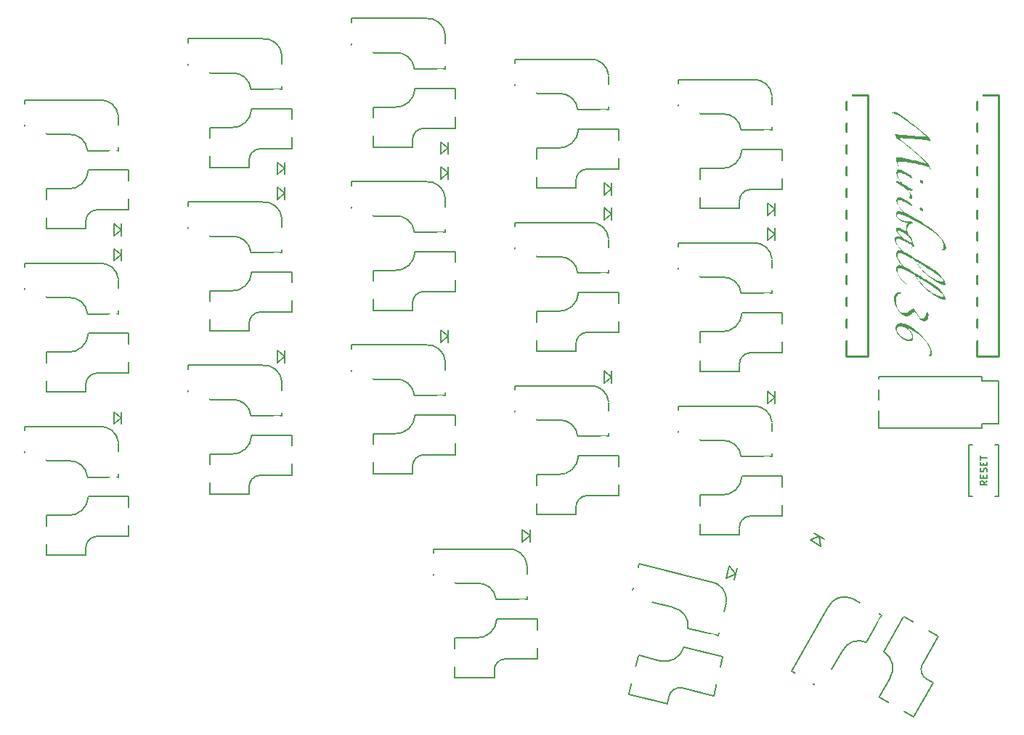
<source format=gbr>
%TF.GenerationSoftware,KiCad,Pcbnew,8.0.2-1*%
%TF.CreationDate,2024-06-10T16:48:46+09:00*%
%TF.ProjectId,Miriball36,4d697269-6261-46c6-9c33-362e6b696361,rev?*%
%TF.SameCoordinates,Original*%
%TF.FileFunction,Legend,Top*%
%TF.FilePolarity,Positive*%
%FSLAX46Y46*%
G04 Gerber Fmt 4.6, Leading zero omitted, Abs format (unit mm)*
G04 Created by KiCad (PCBNEW 8.0.2-1) date 2024-06-10 16:48:46*
%MOMM*%
%LPD*%
G01*
G04 APERTURE LIST*
G04 Aperture macros list*
%AMRotRect*
0 Rectangle, with rotation*
0 The origin of the aperture is its center*
0 $1 length*
0 $2 width*
0 $3 Rotation angle, in degrees counterclockwise*
0 Add horizontal line*
21,1,$1,$2,0,0,$3*%
G04 Aperture macros list end*
%ADD10C,0.150000*%
%ADD11C,0.250000*%
%ADD12C,0.000000*%
%ADD13C,1.200000*%
%ADD14R,2.100000X1.200000*%
%ADD15R,1.800000X1.500000*%
%ADD16C,4.900000*%
%ADD17C,1.900000*%
%ADD18C,1.700000*%
%ADD19C,3.000000*%
%ADD20C,4.000000*%
%ADD21R,0.700000X1.500000*%
%ADD22R,2.400000X2.400000*%
%ADD23R,2.000000X2.000000*%
%ADD24R,1.800000X2.000000*%
%ADD25R,2.500000X2.500000*%
%ADD26C,3.987800*%
%ADD27C,3.048000*%
%ADD28RotRect,0.700000X1.500000X60.000000*%
%ADD29RotRect,2.400000X2.400000X240.000000*%
%ADD30RotRect,2.000000X2.000000X240.000000*%
%ADD31RotRect,1.800000X2.000000X240.000000*%
%ADD32RotRect,2.500000X2.500000X240.000000*%
%ADD33C,1.397000*%
%ADD34RotRect,1.800000X1.500000X240.000000*%
%ADD35RotRect,1.800000X1.500000X166.000000*%
%ADD36C,2.500000*%
%ADD37RotRect,0.700000X1.500000X346.000000*%
%ADD38RotRect,2.400000X2.400000X166.000000*%
%ADD39RotRect,2.000000X2.000000X166.000000*%
%ADD40RotRect,1.800000X2.000000X166.000000*%
%ADD41RotRect,2.500000X2.500000X166.000000*%
%ADD42C,1.524000*%
G04 APERTURE END LIST*
D10*
X165192295Y-96171904D02*
X164811342Y-96438571D01*
X165192295Y-96629047D02*
X164392295Y-96629047D01*
X164392295Y-96629047D02*
X164392295Y-96324285D01*
X164392295Y-96324285D02*
X164430390Y-96248095D01*
X164430390Y-96248095D02*
X164468485Y-96210000D01*
X164468485Y-96210000D02*
X164544676Y-96171904D01*
X164544676Y-96171904D02*
X164658961Y-96171904D01*
X164658961Y-96171904D02*
X164735152Y-96210000D01*
X164735152Y-96210000D02*
X164773247Y-96248095D01*
X164773247Y-96248095D02*
X164811342Y-96324285D01*
X164811342Y-96324285D02*
X164811342Y-96629047D01*
X164773247Y-95829047D02*
X164773247Y-95562381D01*
X165192295Y-95448095D02*
X165192295Y-95829047D01*
X165192295Y-95829047D02*
X164392295Y-95829047D01*
X164392295Y-95829047D02*
X164392295Y-95448095D01*
X165154200Y-95143333D02*
X165192295Y-95029047D01*
X165192295Y-95029047D02*
X165192295Y-94838571D01*
X165192295Y-94838571D02*
X165154200Y-94762380D01*
X165154200Y-94762380D02*
X165116104Y-94724285D01*
X165116104Y-94724285D02*
X165039914Y-94686190D01*
X165039914Y-94686190D02*
X164963723Y-94686190D01*
X164963723Y-94686190D02*
X164887533Y-94724285D01*
X164887533Y-94724285D02*
X164849438Y-94762380D01*
X164849438Y-94762380D02*
X164811342Y-94838571D01*
X164811342Y-94838571D02*
X164773247Y-94990952D01*
X164773247Y-94990952D02*
X164735152Y-95067142D01*
X164735152Y-95067142D02*
X164697057Y-95105237D01*
X164697057Y-95105237D02*
X164620866Y-95143333D01*
X164620866Y-95143333D02*
X164544676Y-95143333D01*
X164544676Y-95143333D02*
X164468485Y-95105237D01*
X164468485Y-95105237D02*
X164430390Y-95067142D01*
X164430390Y-95067142D02*
X164392295Y-94990952D01*
X164392295Y-94990952D02*
X164392295Y-94800475D01*
X164392295Y-94800475D02*
X164430390Y-94686190D01*
X164773247Y-94343332D02*
X164773247Y-94076666D01*
X165192295Y-93962380D02*
X165192295Y-94343332D01*
X165192295Y-94343332D02*
X164392295Y-94343332D01*
X164392295Y-94343332D02*
X164392295Y-93962380D01*
X164392295Y-93733808D02*
X164392295Y-93276665D01*
X165192295Y-93505237D02*
X164392295Y-93505237D01*
%TO.C,D11*%
X63393250Y-88121300D02*
X64293250Y-88821300D01*
X63393250Y-89521300D02*
X63393250Y-88121300D01*
X64293250Y-88821300D02*
X63393250Y-89521300D01*
X64293250Y-89521300D02*
X64293250Y-88121300D01*
%TO.C,D8*%
X101494050Y-59545700D02*
X102394050Y-60245700D01*
X101494050Y-60945700D02*
X101494050Y-59545700D01*
X102394050Y-60245700D02*
X101494050Y-60945700D01*
X102394050Y-60945700D02*
X102394050Y-59545700D01*
%TO.C,SW1*%
X53040000Y-51736000D02*
X61665000Y-51736000D01*
X53040000Y-55644000D02*
X53040000Y-51736000D01*
X53040000Y-55690000D02*
X58090000Y-55736000D01*
X55540001Y-62140000D02*
X55540001Y-66740000D01*
X55565000Y-62115000D02*
X58115000Y-62115000D01*
X55565000Y-66765000D02*
X60115000Y-66765000D01*
X60120000Y-66040000D02*
X60120000Y-66740000D01*
X60415000Y-59915000D02*
X65115000Y-59915000D01*
X61340000Y-64565000D02*
X65115000Y-64565000D01*
X63940000Y-53690000D02*
X63940000Y-57635000D01*
X63940000Y-57644000D02*
X60330000Y-57644000D01*
X65115000Y-59940000D02*
X65140000Y-64539999D01*
X58065000Y-55740000D02*
G75*
G02*
X60325000Y-57619999I190000J-2070000D01*
G01*
X60119999Y-65989999D02*
G75*
G02*
X61340000Y-64569999I1320001J99999D01*
G01*
X60410000Y-59940000D02*
G75*
G02*
X58040000Y-62110000I-2270000J100000D01*
G01*
X61665000Y-51736000D02*
G75*
G02*
X63929000Y-53620000I190000J-2074000D01*
G01*
%TO.C,SW4*%
X110191200Y-46973400D02*
X118816200Y-46973400D01*
X110191200Y-50881400D02*
X110191200Y-46973400D01*
X110191200Y-50927400D02*
X115241200Y-50973400D01*
X112691201Y-57377400D02*
X112691201Y-61977400D01*
X112716200Y-57352400D02*
X115266200Y-57352400D01*
X112716200Y-62002400D02*
X117266200Y-62002400D01*
X117271200Y-61277400D02*
X117271200Y-61977400D01*
X117566200Y-55152400D02*
X122266200Y-55152400D01*
X118491200Y-59802400D02*
X122266200Y-59802400D01*
X121091200Y-48927400D02*
X121091200Y-52872400D01*
X121091200Y-52881400D02*
X117481200Y-52881400D01*
X122266200Y-55177400D02*
X122291200Y-59777399D01*
X115216200Y-50977400D02*
G75*
G02*
X117476200Y-52857399I190000J-2070000D01*
G01*
X117271199Y-61227399D02*
G75*
G02*
X118491200Y-59807399I1320001J99999D01*
G01*
X117561200Y-55177400D02*
G75*
G02*
X115191200Y-57347400I-2270000J100000D01*
G01*
X118816200Y-46973400D02*
G75*
G02*
X121080200Y-48857400I190000J-2074000D01*
G01*
%TO.C,SW7*%
X72090400Y-63642500D02*
X80715400Y-63642500D01*
X72090400Y-67550500D02*
X72090400Y-63642500D01*
X72090400Y-67596500D02*
X77140400Y-67642500D01*
X74590401Y-74046500D02*
X74590401Y-78646500D01*
X74615400Y-74021500D02*
X77165400Y-74021500D01*
X74615400Y-78671500D02*
X79165400Y-78671500D01*
X79170400Y-77946500D02*
X79170400Y-78646500D01*
X79465400Y-71821500D02*
X84165400Y-71821500D01*
X80390400Y-76471500D02*
X84165400Y-76471500D01*
X82990400Y-65596500D02*
X82990400Y-69541500D01*
X82990400Y-69550500D02*
X79380400Y-69550500D01*
X84165400Y-71846500D02*
X84190400Y-76446499D01*
X77115400Y-67646500D02*
G75*
G02*
X79375400Y-69526499I190000J-2070000D01*
G01*
X79170399Y-77896499D02*
G75*
G02*
X80390400Y-76476499I1320001J99999D01*
G01*
X79460400Y-71846500D02*
G75*
G02*
X77090400Y-74016500I-2270000J100000D01*
G01*
X80715400Y-63642500D02*
G75*
G02*
X82979400Y-65526500I190000J-2074000D01*
G01*
%TO.C,SW18*%
X142367563Y-118384922D02*
X146680063Y-110915453D01*
X145751990Y-120338922D02*
X142367563Y-118384922D01*
X145791828Y-120361922D02*
X148356665Y-116011494D01*
X149509777Y-109922245D02*
X152926247Y-111894745D01*
X152618541Y-121387708D02*
X153893541Y-119179343D01*
X152627692Y-121421858D02*
X156611409Y-123721858D01*
X152934041Y-111899245D02*
X151129041Y-115025597D01*
X153138285Y-116087485D02*
X155488285Y-112017165D01*
X155509936Y-112029665D02*
X159506152Y-114308014D01*
X156645559Y-123712708D02*
X158920559Y-119772292D01*
X157627803Y-117611411D02*
X159515303Y-114342165D01*
X158295191Y-119405462D02*
X158901408Y-119755462D01*
X146680063Y-110915453D02*
G75*
G02*
X149443655Y-109896771I1891137J-872455D01*
G01*
X148347629Y-116035144D02*
G75*
G02*
X151105756Y-115017927I1887674J-870460D01*
G01*
X153157436Y-116104315D02*
G75*
G02*
X153851711Y-119241795I-1221600J-1915877D01*
G01*
X158251888Y-119380462D02*
G75*
G02*
X157632133Y-117613911I573399J1193153D01*
G01*
%TO.C,SW16*%
X100666000Y-104124600D02*
X109291000Y-104124600D01*
X100666000Y-108032600D02*
X100666000Y-104124600D01*
X100666000Y-108078600D02*
X105716000Y-108124600D01*
X103166001Y-114528600D02*
X103166001Y-119128600D01*
X103191000Y-114503600D02*
X105741000Y-114503600D01*
X103191000Y-119153600D02*
X107741000Y-119153600D01*
X107746000Y-118428600D02*
X107746000Y-119128600D01*
X108041000Y-112303600D02*
X112741000Y-112303600D01*
X108966000Y-116953600D02*
X112741000Y-116953600D01*
X111566000Y-106078600D02*
X111566000Y-110023600D01*
X111566000Y-110032600D02*
X107956000Y-110032600D01*
X112741000Y-112328600D02*
X112766000Y-116928599D01*
X105691000Y-108128600D02*
G75*
G02*
X107951000Y-110008599I190000J-2070000D01*
G01*
X107745999Y-118378599D02*
G75*
G02*
X108966000Y-116958599I1320001J99999D01*
G01*
X108036000Y-112328600D02*
G75*
G02*
X105666000Y-114498600I-2270000J100000D01*
G01*
X109291000Y-104124600D02*
G75*
G02*
X111555000Y-106008600I190000J-2074000D01*
G01*
%TO.C,J2*%
X152610000Y-84050000D02*
X164610000Y-84050000D01*
X152610000Y-90050000D02*
X152610000Y-84050000D01*
X164610000Y-84050000D02*
X164610000Y-84550000D01*
X164610000Y-84550000D02*
X166510000Y-84550000D01*
X164610000Y-89550000D02*
X166510000Y-89550000D01*
X164610000Y-90050000D02*
X152610000Y-90050000D01*
X164610000Y-90050000D02*
X164610000Y-89550000D01*
X166510000Y-84550000D02*
X166510000Y-89550000D01*
%TO.C,SW2*%
X72090400Y-44592100D02*
X80715400Y-44592100D01*
X72090400Y-48500100D02*
X72090400Y-44592100D01*
X72090400Y-48546100D02*
X77140400Y-48592100D01*
X74590401Y-54996100D02*
X74590401Y-59596100D01*
X74615400Y-54971100D02*
X77165400Y-54971100D01*
X74615400Y-59621100D02*
X79165400Y-59621100D01*
X79170400Y-58896100D02*
X79170400Y-59596100D01*
X79465400Y-52771100D02*
X84165400Y-52771100D01*
X80390400Y-57421100D02*
X84165400Y-57421100D01*
X82990400Y-46546100D02*
X82990400Y-50491100D01*
X82990400Y-50500100D02*
X79380400Y-50500100D01*
X84165400Y-52796100D02*
X84190400Y-57396099D01*
X77115400Y-48596100D02*
G75*
G02*
X79375400Y-50476099I190000J-2070000D01*
G01*
X79170399Y-58846099D02*
G75*
G02*
X80390400Y-57426099I1320001J99999D01*
G01*
X79460400Y-52796100D02*
G75*
G02*
X77090400Y-54966100I-2270000J100000D01*
G01*
X80715400Y-44592100D02*
G75*
G02*
X82979400Y-46476100I190000J-2074000D01*
G01*
%TO.C,SW6*%
X53040000Y-70786400D02*
X61665000Y-70786400D01*
X53040000Y-74694400D02*
X53040000Y-70786400D01*
X53040000Y-74740400D02*
X58090000Y-74786400D01*
X55540001Y-81190400D02*
X55540001Y-85790400D01*
X55565000Y-81165400D02*
X58115000Y-81165400D01*
X55565000Y-85815400D02*
X60115000Y-85815400D01*
X60120000Y-85090400D02*
X60120000Y-85790400D01*
X60415000Y-78965400D02*
X65115000Y-78965400D01*
X61340000Y-83615400D02*
X65115000Y-83615400D01*
X63940000Y-72740400D02*
X63940000Y-76685400D01*
X63940000Y-76694400D02*
X60330000Y-76694400D01*
X65115000Y-78990400D02*
X65140000Y-83590399D01*
X58065000Y-74790400D02*
G75*
G02*
X60325000Y-76670399I190000J-2070000D01*
G01*
X60119999Y-85040399D02*
G75*
G02*
X61340000Y-83620399I1320001J99999D01*
G01*
X60410000Y-78990400D02*
G75*
G02*
X58040000Y-81160400I-2270000J100000D01*
G01*
X61665000Y-70786400D02*
G75*
G02*
X63929000Y-72670400I190000J-2074000D01*
G01*
%TO.C,SW3*%
X91140800Y-42210800D02*
X99765800Y-42210800D01*
X91140800Y-46118800D02*
X91140800Y-42210800D01*
X91140800Y-46164800D02*
X96190800Y-46210800D01*
X93640801Y-52614800D02*
X93640801Y-57214800D01*
X93665800Y-52589800D02*
X96215800Y-52589800D01*
X93665800Y-57239800D02*
X98215800Y-57239800D01*
X98220800Y-56514800D02*
X98220800Y-57214800D01*
X98515800Y-50389800D02*
X103215800Y-50389800D01*
X99440800Y-55039800D02*
X103215800Y-55039800D01*
X102040800Y-44164800D02*
X102040800Y-48109800D01*
X102040800Y-48118800D02*
X98430800Y-48118800D01*
X103215800Y-50414800D02*
X103240800Y-55014799D01*
X96165800Y-46214800D02*
G75*
G02*
X98425800Y-48094799I190000J-2070000D01*
G01*
X98220799Y-56464799D02*
G75*
G02*
X99440800Y-55044799I1320001J99999D01*
G01*
X98510800Y-50414800D02*
G75*
G02*
X96140800Y-52584800I-2270000J100000D01*
G01*
X99765800Y-42210800D02*
G75*
G02*
X102029800Y-44094800I190000J-2074000D01*
G01*
%TO.C,D9*%
X120544450Y-64308300D02*
X121444450Y-65008300D01*
X120544450Y-65708300D02*
X120544450Y-64308300D01*
X121444450Y-65008300D02*
X120544450Y-65708300D01*
X121444450Y-65708300D02*
X121444450Y-64308300D01*
%TO.C,D10*%
X139594850Y-66689600D02*
X140494850Y-67389600D01*
X139594850Y-68089600D02*
X139594850Y-66689600D01*
X140494850Y-67389600D02*
X139594850Y-68089600D01*
X140494850Y-68089600D02*
X140494850Y-66689600D01*
%TO.C,D14*%
X120544450Y-83358700D02*
X121444450Y-84058700D01*
X120544450Y-84758700D02*
X120544450Y-83358700D01*
X121444450Y-84058700D02*
X120544450Y-84758700D01*
X121444450Y-84758700D02*
X121444450Y-83358700D01*
%TO.C,D18*%
X144583782Y-103094167D02*
X145640000Y-102664744D01*
X145640000Y-102664744D02*
X145796218Y-103794167D01*
X145796218Y-103794167D02*
X144583782Y-103094167D01*
X146246218Y-103014744D02*
X145033782Y-102314744D01*
%TO.C,D17*%
X134812459Y-107508742D02*
X135151150Y-106150328D01*
X135151150Y-106150328D02*
X135855071Y-107047265D01*
X135685726Y-107726472D02*
X136024416Y-106368058D01*
X135855071Y-107047265D02*
X134812459Y-107508742D01*
%TO.C,D5*%
X139594850Y-63793250D02*
X140494850Y-64493250D01*
X139594850Y-65193250D02*
X139594850Y-63793250D01*
X140494850Y-64493250D02*
X139594850Y-65193250D01*
X140494850Y-65193250D02*
X140494850Y-63793250D01*
%TO.C,D7*%
X82443650Y-61927000D02*
X83343650Y-62627000D01*
X82443650Y-63327000D02*
X82443650Y-61927000D01*
X83343650Y-62627000D02*
X82443650Y-63327000D01*
X83343650Y-63327000D02*
X83343650Y-61927000D01*
%TO.C,D6*%
X63393250Y-69070900D02*
X64293250Y-69770900D01*
X63393250Y-70470900D02*
X63393250Y-69070900D01*
X64293250Y-69770900D02*
X63393250Y-70470900D01*
X64293250Y-70470900D02*
X64293250Y-69070900D01*
%TO.C,D13*%
X101494050Y-78596100D02*
X102394050Y-79296100D01*
X101494050Y-79996100D02*
X101494050Y-78596100D01*
X102394050Y-79296100D02*
X101494050Y-79996100D01*
X102394050Y-79996100D02*
X102394050Y-78596100D01*
%TO.C,SW8*%
X91140800Y-61261200D02*
X99765800Y-61261200D01*
X91140800Y-65169200D02*
X91140800Y-61261200D01*
X91140800Y-65215200D02*
X96190800Y-65261200D01*
X93640801Y-71665200D02*
X93640801Y-76265200D01*
X93665800Y-71640200D02*
X96215800Y-71640200D01*
X93665800Y-76290200D02*
X98215800Y-76290200D01*
X98220800Y-75565200D02*
X98220800Y-76265200D01*
X98515800Y-69440200D02*
X103215800Y-69440200D01*
X99440800Y-74090200D02*
X103215800Y-74090200D01*
X102040800Y-63215200D02*
X102040800Y-67160200D01*
X102040800Y-67169200D02*
X98430800Y-67169200D01*
X103215800Y-69465200D02*
X103240800Y-74065199D01*
X96165800Y-65265200D02*
G75*
G02*
X98425800Y-67145199I190000J-2070000D01*
G01*
X98220799Y-75515199D02*
G75*
G02*
X99440800Y-74095199I1320001J99999D01*
G01*
X98510800Y-69465200D02*
G75*
G02*
X96140800Y-71635200I-2270000J100000D01*
G01*
X99765800Y-61261200D02*
G75*
G02*
X102029800Y-63145200I190000J-2074000D01*
G01*
%TO.C,SW15*%
X129241600Y-87455500D02*
X137866600Y-87455500D01*
X129241600Y-91363500D02*
X129241600Y-87455500D01*
X129241600Y-91409500D02*
X134291600Y-91455500D01*
X131741601Y-97859500D02*
X131741601Y-102459500D01*
X131766600Y-97834500D02*
X134316600Y-97834500D01*
X131766600Y-102484500D02*
X136316600Y-102484500D01*
X136321600Y-101759500D02*
X136321600Y-102459500D01*
X136616600Y-95634500D02*
X141316600Y-95634500D01*
X137541600Y-100284500D02*
X141316600Y-100284500D01*
X140141600Y-89409500D02*
X140141600Y-93354500D01*
X140141600Y-93363500D02*
X136531600Y-93363500D01*
X141316600Y-95659500D02*
X141341600Y-100259499D01*
X134266600Y-91459500D02*
G75*
G02*
X136526600Y-93339499I190000J-2070000D01*
G01*
X136321599Y-101709499D02*
G75*
G02*
X137541600Y-100289499I1320001J99999D01*
G01*
X136611600Y-95659500D02*
G75*
G02*
X134241600Y-97829500I-2270000J100000D01*
G01*
X137866600Y-87455500D02*
G75*
G02*
X140130600Y-89339500I190000J-2074000D01*
G01*
%TO.C,SW5*%
X129241600Y-49354700D02*
X137866600Y-49354700D01*
X129241600Y-53262700D02*
X129241600Y-49354700D01*
X129241600Y-53308700D02*
X134291600Y-53354700D01*
X131741601Y-59758700D02*
X131741601Y-64358700D01*
X131766600Y-59733700D02*
X134316600Y-59733700D01*
X131766600Y-64383700D02*
X136316600Y-64383700D01*
X136321600Y-63658700D02*
X136321600Y-64358700D01*
X136616600Y-57533700D02*
X141316600Y-57533700D01*
X137541600Y-62183700D02*
X141316600Y-62183700D01*
X140141600Y-51308700D02*
X140141600Y-55253700D01*
X140141600Y-55262700D02*
X136531600Y-55262700D01*
X141316600Y-57558700D02*
X141341600Y-62158699D01*
X134266600Y-53358700D02*
G75*
G02*
X136526600Y-55238699I190000J-2070000D01*
G01*
X136321599Y-63608699D02*
G75*
G02*
X137541600Y-62188699I1320001J99999D01*
G01*
X136611600Y-57558700D02*
G75*
G02*
X134241600Y-59728700I-2270000J100000D01*
G01*
X137866600Y-49354700D02*
G75*
G02*
X140130600Y-51238700I190000J-2074000D01*
G01*
%TO.C,SW19*%
X163030000Y-92010000D02*
X163030000Y-98010000D01*
X163030000Y-92010000D02*
X163530000Y-92010000D01*
X163030000Y-98010000D02*
X163530000Y-98010000D01*
X166530000Y-92010000D02*
X166130000Y-92010000D01*
X166530000Y-98010000D02*
X166130000Y-98010000D01*
X166530000Y-98010000D02*
X166530000Y-92010000D01*
%TO.C,SW13*%
X91140800Y-80311600D02*
X99765800Y-80311600D01*
X91140800Y-84219600D02*
X91140800Y-80311600D01*
X91140800Y-84265600D02*
X96190800Y-84311600D01*
X93640801Y-90715600D02*
X93640801Y-95315600D01*
X93665800Y-90690600D02*
X96215800Y-90690600D01*
X93665800Y-95340600D02*
X98215800Y-95340600D01*
X98220800Y-94615600D02*
X98220800Y-95315600D01*
X98515800Y-88490600D02*
X103215800Y-88490600D01*
X99440800Y-93140600D02*
X103215800Y-93140600D01*
X102040800Y-82265600D02*
X102040800Y-86210600D01*
X102040800Y-86219600D02*
X98430800Y-86219600D01*
X103215800Y-88515600D02*
X103240800Y-93115599D01*
X96165800Y-84315600D02*
G75*
G02*
X98425800Y-86195599I190000J-2070000D01*
G01*
X98220799Y-94565599D02*
G75*
G02*
X99440800Y-93145599I1320001J99999D01*
G01*
X98510800Y-88515600D02*
G75*
G02*
X96140800Y-90685600I-2270000J100000D01*
G01*
X99765800Y-80311600D02*
G75*
G02*
X102029800Y-82195600I190000J-2074000D01*
G01*
%TO.C,D2*%
X82443650Y-59030650D02*
X83343650Y-59730650D01*
X82443650Y-60430650D02*
X82443650Y-59030650D01*
X83343650Y-59730650D02*
X82443650Y-60430650D01*
X83343650Y-60430650D02*
X83343650Y-59030650D01*
%TO.C,D4*%
X120544450Y-61411950D02*
X121444450Y-62111950D01*
X120544450Y-62811950D02*
X120544450Y-61411950D01*
X121444450Y-62111950D02*
X120544450Y-62811950D01*
X121444450Y-62811950D02*
X121444450Y-61411950D01*
%TO.C,SW17*%
X123482770Y-121070310D02*
X127897615Y-122171055D01*
X123712058Y-109713432D02*
X128600923Y-110979771D01*
X123723186Y-109668798D02*
X124668617Y-105876883D01*
X124577402Y-116576644D02*
X123464561Y-121040005D01*
X124607706Y-116558435D02*
X127081962Y-117175336D01*
X124668617Y-105876883D02*
X133037418Y-107963459D01*
X128077860Y-121468800D02*
X127908515Y-122148007D01*
X129618456Y-120332758D02*
X133281322Y-121246014D01*
X129845869Y-115597106D02*
X134406259Y-116734138D01*
X133815566Y-114246339D02*
X130312798Y-113373002D01*
X134400211Y-116758396D02*
X133311628Y-121227803D01*
X134772125Y-110409789D02*
X133817743Y-114237606D01*
X128089955Y-121420284D02*
G75*
G02*
X129617246Y-120337608I1304984J-222308D01*
G01*
X128575698Y-110977604D02*
G75*
G02*
X130313754Y-113348503I-316422J-2054478D01*
G01*
X129834969Y-115620153D02*
G75*
G02*
X127010398Y-117152340I-2178383J646200D01*
G01*
X133037418Y-107963459D02*
G75*
G02*
X134778387Y-110339207I-317390J-2058359D01*
G01*
%TO.C,D1*%
X63393250Y-66174550D02*
X64293250Y-66874550D01*
X63393250Y-67574550D02*
X63393250Y-66174550D01*
X64293250Y-66874550D02*
X63393250Y-67574550D01*
X64293250Y-67574550D02*
X64293250Y-66174550D01*
%TO.C,D12*%
X82443650Y-80977400D02*
X83343650Y-81677400D01*
X82443650Y-82377400D02*
X82443650Y-80977400D01*
X83343650Y-81677400D02*
X82443650Y-82377400D01*
X83343650Y-82377400D02*
X83343650Y-80977400D01*
%TO.C,D16*%
X111019250Y-101894050D02*
X111919250Y-102594050D01*
X111019250Y-103294050D02*
X111019250Y-101894050D01*
X111919250Y-102594050D02*
X111019250Y-103294050D01*
X111919250Y-103294050D02*
X111919250Y-101894050D01*
%TO.C,SW10*%
X129241600Y-68405100D02*
X137866600Y-68405100D01*
X129241600Y-72313100D02*
X129241600Y-68405100D01*
X129241600Y-72359100D02*
X134291600Y-72405100D01*
X131741601Y-78809100D02*
X131741601Y-83409100D01*
X131766600Y-78784100D02*
X134316600Y-78784100D01*
X131766600Y-83434100D02*
X136316600Y-83434100D01*
X136321600Y-82709100D02*
X136321600Y-83409100D01*
X136616600Y-76584100D02*
X141316600Y-76584100D01*
X137541600Y-81234100D02*
X141316600Y-81234100D01*
X140141600Y-70359100D02*
X140141600Y-74304100D01*
X140141600Y-74313100D02*
X136531600Y-74313100D01*
X141316600Y-76609100D02*
X141341600Y-81209099D01*
X134266600Y-72409100D02*
G75*
G02*
X136526600Y-74289099I190000J-2070000D01*
G01*
X136321599Y-82659099D02*
G75*
G02*
X137541600Y-81239099I1320001J99999D01*
G01*
X136611600Y-76609100D02*
G75*
G02*
X134241600Y-78779100I-2270000J100000D01*
G01*
X137866600Y-68405100D02*
G75*
G02*
X140130600Y-70289100I190000J-2074000D01*
G01*
%TO.C,D3*%
X101494050Y-56649350D02*
X102394050Y-57349350D01*
X101494050Y-58049350D02*
X101494050Y-56649350D01*
X102394050Y-57349350D02*
X101494050Y-58049350D01*
X102394050Y-58049350D02*
X102394050Y-56649350D01*
%TO.C,SW14*%
X110191200Y-85074200D02*
X118816200Y-85074200D01*
X110191200Y-88982200D02*
X110191200Y-85074200D01*
X110191200Y-89028200D02*
X115241200Y-89074200D01*
X112691201Y-95478200D02*
X112691201Y-100078200D01*
X112716200Y-95453200D02*
X115266200Y-95453200D01*
X112716200Y-100103200D02*
X117266200Y-100103200D01*
X117271200Y-99378200D02*
X117271200Y-100078200D01*
X117566200Y-93253200D02*
X122266200Y-93253200D01*
X118491200Y-97903200D02*
X122266200Y-97903200D01*
X121091200Y-87028200D02*
X121091200Y-90973200D01*
X121091200Y-90982200D02*
X117481200Y-90982200D01*
X122266200Y-93278200D02*
X122291200Y-97878199D01*
X115216200Y-89078200D02*
G75*
G02*
X117476200Y-90958199I190000J-2070000D01*
G01*
X117271199Y-99328199D02*
G75*
G02*
X118491200Y-97908199I1320001J99999D01*
G01*
X117561200Y-93278200D02*
G75*
G02*
X115191200Y-95448200I-2270000J100000D01*
G01*
X118816200Y-85074200D02*
G75*
G02*
X121080200Y-86958200I190000J-2074000D01*
G01*
%TO.C,U1*%
X148737280Y-51130000D02*
X148737280Y-81610000D01*
D11*
X148737280Y-51130000D02*
X148737280Y-81610000D01*
X148737280Y-81610000D02*
X151277280Y-81610000D01*
X151277280Y-51130000D02*
X148737280Y-51130000D01*
X151277280Y-81610000D02*
X151277280Y-51130000D01*
X163977280Y-51130000D02*
X163977280Y-81610000D01*
X163977280Y-81610000D02*
X166517280Y-81610000D01*
X166517280Y-51130000D02*
X163977280Y-51130000D01*
D10*
X166517280Y-81610000D02*
X166517280Y-51130000D01*
D11*
X166517280Y-81610000D02*
X166517280Y-51130000D01*
D10*
%TO.C,SW11*%
X53040000Y-89836800D02*
X61665000Y-89836800D01*
X53040000Y-93744800D02*
X53040000Y-89836800D01*
X53040000Y-93790800D02*
X58090000Y-93836800D01*
X55540001Y-100240800D02*
X55540001Y-104840800D01*
X55565000Y-100215800D02*
X58115000Y-100215800D01*
X55565000Y-104865800D02*
X60115000Y-104865800D01*
X60120000Y-104140800D02*
X60120000Y-104840800D01*
X60415000Y-98015800D02*
X65115000Y-98015800D01*
X61340000Y-102665800D02*
X65115000Y-102665800D01*
X63940000Y-91790800D02*
X63940000Y-95735800D01*
X63940000Y-95744800D02*
X60330000Y-95744800D01*
X65115000Y-98040800D02*
X65140000Y-102640799D01*
X58065000Y-93840800D02*
G75*
G02*
X60325000Y-95720799I190000J-2070000D01*
G01*
X60119999Y-104090799D02*
G75*
G02*
X61340000Y-102670799I1320001J99999D01*
G01*
X60410000Y-98040800D02*
G75*
G02*
X58040000Y-100210800I-2270000J100000D01*
G01*
X61665000Y-89836800D02*
G75*
G02*
X63929000Y-91720800I190000J-2074000D01*
G01*
%TO.C,SW12*%
X72090400Y-82692900D02*
X80715400Y-82692900D01*
X72090400Y-86600900D02*
X72090400Y-82692900D01*
X72090400Y-86646900D02*
X77140400Y-86692900D01*
X74590401Y-93096900D02*
X74590401Y-97696900D01*
X74615400Y-93071900D02*
X77165400Y-93071900D01*
X74615400Y-97721900D02*
X79165400Y-97721900D01*
X79170400Y-96996900D02*
X79170400Y-97696900D01*
X79465400Y-90871900D02*
X84165400Y-90871900D01*
X80390400Y-95521900D02*
X84165400Y-95521900D01*
X82990400Y-84646900D02*
X82990400Y-88591900D01*
X82990400Y-88600900D02*
X79380400Y-88600900D01*
X84165400Y-90896900D02*
X84190400Y-95496899D01*
X77115400Y-86696900D02*
G75*
G02*
X79375400Y-88576899I190000J-2070000D01*
G01*
X79170399Y-96946899D02*
G75*
G02*
X80390400Y-95526899I1320001J99999D01*
G01*
X79460400Y-90896900D02*
G75*
G02*
X77090400Y-93066900I-2270000J100000D01*
G01*
X80715400Y-82692900D02*
G75*
G02*
X82979400Y-84576900I190000J-2074000D01*
G01*
%TO.C,D15*%
X139594850Y-85740000D02*
X140494850Y-86440000D01*
X139594850Y-87140000D02*
X139594850Y-85740000D01*
X140494850Y-86440000D02*
X139594850Y-87140000D01*
X140494850Y-87140000D02*
X140494850Y-85740000D01*
%TO.C,SW9*%
X110191200Y-66023800D02*
X118816200Y-66023800D01*
X110191200Y-69931800D02*
X110191200Y-66023800D01*
X110191200Y-69977800D02*
X115241200Y-70023800D01*
X112691201Y-76427800D02*
X112691201Y-81027800D01*
X112716200Y-76402800D02*
X115266200Y-76402800D01*
X112716200Y-81052800D02*
X117266200Y-81052800D01*
X117271200Y-80327800D02*
X117271200Y-81027800D01*
X117566200Y-74202800D02*
X122266200Y-74202800D01*
X118491200Y-78852800D02*
X122266200Y-78852800D01*
X121091200Y-67977800D02*
X121091200Y-71922800D01*
X121091200Y-71931800D02*
X117481200Y-71931800D01*
X122266200Y-74227800D02*
X122291200Y-78827799D01*
X115216200Y-70027800D02*
G75*
G02*
X117476200Y-71907799I190000J-2070000D01*
G01*
X117271199Y-80277799D02*
G75*
G02*
X118491200Y-78857799I1320001J99999D01*
G01*
X117561200Y-74227800D02*
G75*
G02*
X115191200Y-76397800I-2270000J100000D01*
G01*
X118816200Y-66023800D02*
G75*
G02*
X121080200Y-67907800I190000J-2074000D01*
G01*
D12*
%TO.C,G\u002A\u002A\u002A*%
G36*
X157540768Y-64303661D02*
G01*
X157600534Y-64327053D01*
X157658688Y-64362185D01*
X157689791Y-64387424D01*
X157737750Y-64440756D01*
X157765123Y-64497905D01*
X157774723Y-64565029D01*
X157774814Y-64573408D01*
X157768928Y-64627310D01*
X157749686Y-64662826D01*
X157714718Y-64682363D01*
X157661713Y-64688334D01*
X157597376Y-64679152D01*
X157535076Y-64653817D01*
X157477625Y-64615643D01*
X157427838Y-64567944D01*
X157388527Y-64514036D01*
X157362507Y-64457233D01*
X157352591Y-64400849D01*
X157361593Y-64348199D01*
X157365460Y-64339333D01*
X157391735Y-64309844D01*
X157432375Y-64294464D01*
X157483384Y-64292600D01*
X157540768Y-64303661D01*
G37*
G36*
X157542680Y-61081099D02*
G01*
X157602421Y-61103953D01*
X157660164Y-61138206D01*
X157703057Y-61174198D01*
X157744619Y-61225541D01*
X157767605Y-61282426D01*
X157774812Y-61351838D01*
X157774814Y-61353352D01*
X157773208Y-61392827D01*
X157766317Y-61417510D01*
X157751037Y-61436031D01*
X157742477Y-61443175D01*
X157700397Y-61462403D01*
X157648251Y-61464929D01*
X157590380Y-61452643D01*
X157531125Y-61427432D01*
X157474828Y-61391184D01*
X157425832Y-61345786D01*
X157388476Y-61293126D01*
X157385846Y-61288119D01*
X157367077Y-61239058D01*
X157357370Y-61187469D01*
X157357758Y-61141756D01*
X157364822Y-61117296D01*
X157392013Y-61087740D01*
X157433423Y-61072310D01*
X157484996Y-61070324D01*
X157542680Y-61081099D01*
G37*
G36*
X155326000Y-77796214D02*
G01*
X155477086Y-77827483D01*
X155636222Y-77873375D01*
X155800760Y-77933016D01*
X155968052Y-78005532D01*
X156135449Y-78090051D01*
X156300303Y-78185699D01*
X156316666Y-78195918D01*
X156567247Y-78363026D01*
X156819515Y-78549672D01*
X157069731Y-78752510D01*
X157314156Y-78968193D01*
X157549052Y-79193375D01*
X157770680Y-79424710D01*
X157975302Y-79658851D01*
X158040878Y-79739181D01*
X158173216Y-79911938D01*
X158293853Y-80084831D01*
X158402025Y-80256208D01*
X158496967Y-80424423D01*
X158577915Y-80587824D01*
X158644105Y-80744762D01*
X158694773Y-80893590D01*
X158729155Y-81032656D01*
X158746486Y-81160312D01*
X158746950Y-81263010D01*
X158734461Y-81357909D01*
X158711647Y-81446292D01*
X158680381Y-81521994D01*
X158656070Y-81561956D01*
X158606199Y-81611307D01*
X158538420Y-81648002D01*
X158455414Y-81670745D01*
X158421183Y-81675384D01*
X158365725Y-81677847D01*
X158312087Y-81674740D01*
X158265215Y-81667000D01*
X158230052Y-81655559D01*
X158211544Y-81641354D01*
X158209907Y-81635448D01*
X158214114Y-81623251D01*
X158230491Y-81618658D01*
X158262159Y-81619774D01*
X158334716Y-81614548D01*
X158400198Y-81587985D01*
X158456464Y-81541746D01*
X158501372Y-81477489D01*
X158527729Y-81414072D01*
X158543868Y-81344754D01*
X158554843Y-81258935D01*
X158560426Y-81163109D01*
X158560392Y-81063768D01*
X158554513Y-80967406D01*
X158545726Y-80898501D01*
X158506334Y-80725820D01*
X158444267Y-80548672D01*
X158359841Y-80367547D01*
X158253370Y-80182937D01*
X158125169Y-79995335D01*
X157975555Y-79805233D01*
X157804840Y-79613122D01*
X157613342Y-79419493D01*
X157575012Y-79382931D01*
X157391145Y-79218274D01*
X157195334Y-79059979D01*
X156991063Y-78910302D01*
X156781817Y-78771498D01*
X156571080Y-78645821D01*
X156362337Y-78535526D01*
X156159071Y-78442869D01*
X156064382Y-78405287D01*
X155983688Y-78374914D01*
X156106080Y-78502959D01*
X156156800Y-78557761D01*
X156208384Y-78616482D01*
X156255301Y-78672647D01*
X156292022Y-78719777D01*
X156296813Y-78726370D01*
X156346837Y-78801631D01*
X156397793Y-78887879D01*
X156445939Y-78978044D01*
X156487530Y-79065061D01*
X156518824Y-79141859D01*
X156522602Y-79152658D01*
X156553671Y-79267595D01*
X156568795Y-79379915D01*
X156568627Y-79487183D01*
X156553825Y-79586965D01*
X156525042Y-79676826D01*
X156482935Y-79754329D01*
X156428159Y-79817040D01*
X156361369Y-79862524D01*
X156327739Y-79876663D01*
X156269770Y-79890124D01*
X156195994Y-79897295D01*
X156113244Y-79898255D01*
X156028352Y-79893086D01*
X155948151Y-79881869D01*
X155902763Y-79871641D01*
X155732981Y-79815081D01*
X155562071Y-79736297D01*
X155389160Y-79634861D01*
X155305370Y-79578123D01*
X155236789Y-79525261D01*
X155159211Y-79458074D01*
X155077394Y-79381317D01*
X154996095Y-79299742D01*
X154920070Y-79218103D01*
X154854078Y-79141152D01*
X154808492Y-79081667D01*
X154751035Y-78994432D01*
X154696331Y-78899705D01*
X154647406Y-78803511D01*
X154607286Y-78711877D01*
X154578997Y-78630827D01*
X154575224Y-78617176D01*
X154562441Y-78553351D01*
X154552853Y-78475541D01*
X154552616Y-78472216D01*
X154652554Y-78472216D01*
X154654163Y-78562651D01*
X154664988Y-78617645D01*
X154700539Y-78718184D01*
X154755590Y-78824654D01*
X154827779Y-78934322D01*
X154914740Y-79044454D01*
X155014111Y-79152317D01*
X155123528Y-79255177D01*
X155240627Y-79350301D01*
X155363044Y-79434955D01*
X155381805Y-79446634D01*
X155535062Y-79531477D01*
X155683180Y-79594489D01*
X155828059Y-79636283D01*
X155971596Y-79657468D01*
X156046203Y-79660542D01*
X156138905Y-79657479D01*
X156213324Y-79646305D01*
X156273683Y-79625738D01*
X156324205Y-79594495D01*
X156354789Y-79566812D01*
X156404129Y-79499665D01*
X156433728Y-79419791D01*
X156443585Y-79327244D01*
X156433698Y-79222082D01*
X156404067Y-79104359D01*
X156364345Y-78996833D01*
X156299325Y-78868639D01*
X156213815Y-78744090D01*
X156110818Y-78625717D01*
X155993337Y-78516050D01*
X155864374Y-78417622D01*
X155726932Y-78332963D01*
X155584014Y-78264604D01*
X155438622Y-78215076D01*
X155436128Y-78214406D01*
X155390947Y-78203004D01*
X155350414Y-78194806D01*
X155308979Y-78189268D01*
X155261090Y-78185846D01*
X155201196Y-78183994D01*
X155123745Y-78183170D01*
X155117222Y-78183135D01*
X155041775Y-78182957D01*
X154985561Y-78183587D01*
X154944294Y-78185446D01*
X154913694Y-78188954D01*
X154889475Y-78194533D01*
X154867354Y-78202603D01*
X154852639Y-78209122D01*
X154773054Y-78257021D01*
X154712707Y-78317862D01*
X154672305Y-78390107D01*
X154652554Y-78472216D01*
X154552616Y-78472216D01*
X154546843Y-78391291D01*
X154544791Y-78308143D01*
X154547077Y-78233641D01*
X154553149Y-78180281D01*
X154580128Y-78076676D01*
X154621462Y-77989821D01*
X154678131Y-77918943D01*
X154751117Y-77863268D01*
X154841397Y-77822021D01*
X154949953Y-77794428D01*
X155041775Y-77783107D01*
X155058570Y-77781036D01*
X155185612Y-77780441D01*
X155326000Y-77796214D01*
G37*
G36*
X155021428Y-74185568D02*
G01*
X155072972Y-74187807D01*
X155113441Y-74192346D01*
X155149048Y-74199936D01*
X155186008Y-74211326D01*
X155193657Y-74213968D01*
X155245123Y-74234802D01*
X155273709Y-74253293D01*
X155279774Y-74263311D01*
X155278691Y-74275203D01*
X155266444Y-74281439D01*
X155238010Y-74283711D01*
X155218617Y-74283889D01*
X155105597Y-74294693D01*
X154997370Y-74325776D01*
X154897195Y-74375149D01*
X154808331Y-74440820D01*
X154734038Y-74520798D01*
X154677574Y-74613094D01*
X154676738Y-74614862D01*
X154638449Y-74716867D01*
X154610147Y-74836435D01*
X154591913Y-74969798D01*
X154583831Y-75113186D01*
X154585982Y-75262833D01*
X154598450Y-75414969D01*
X154621316Y-75565826D01*
X154652891Y-75705067D01*
X154706045Y-75870888D01*
X154772384Y-76022510D01*
X154850814Y-76158877D01*
X154940238Y-76278930D01*
X155039559Y-76381610D01*
X155147681Y-76465861D01*
X155263507Y-76530623D01*
X155385940Y-76574839D01*
X155513885Y-76597451D01*
X155580654Y-76600324D01*
X155635532Y-76598158D01*
X155690249Y-76592592D01*
X155733510Y-76584797D01*
X155735694Y-76584232D01*
X155802972Y-76560958D01*
X155879225Y-76524261D01*
X155965737Y-76473318D01*
X156063792Y-76407308D01*
X156174676Y-76325411D01*
X156299673Y-76226806D01*
X156316666Y-76213010D01*
X156378985Y-76164559D01*
X156430283Y-76130867D01*
X156475676Y-76109583D01*
X156520278Y-76098356D01*
X156569203Y-76094834D01*
X156573787Y-76094815D01*
X156604587Y-76095347D01*
X156632350Y-76097880D01*
X156658240Y-76103823D01*
X156683421Y-76114582D01*
X156709059Y-76131565D01*
X156736317Y-76156180D01*
X156766359Y-76189833D01*
X156800351Y-76233932D01*
X156839456Y-76289885D01*
X156884838Y-76359098D01*
X156937663Y-76442980D01*
X156999093Y-76542938D01*
X157070295Y-76660379D01*
X157146996Y-76787676D01*
X157216397Y-76900544D01*
X157277513Y-76993853D01*
X157332137Y-77069292D01*
X157382059Y-77128551D01*
X157429072Y-77173322D01*
X157474967Y-77205295D01*
X157521536Y-77226160D01*
X157570570Y-77237607D01*
X157623863Y-77241328D01*
X157627824Y-77241343D01*
X157682242Y-77238914D01*
X157725953Y-77229788D01*
X157771436Y-77211208D01*
X157777453Y-77208287D01*
X157849242Y-77160938D01*
X157916175Y-77093175D01*
X157976649Y-77007877D01*
X158029058Y-76907922D01*
X158071802Y-76796189D01*
X158103275Y-76675556D01*
X158116033Y-76600463D01*
X158125949Y-76530534D01*
X158134203Y-76480630D01*
X158141686Y-76447399D01*
X158149290Y-76427487D01*
X158157906Y-76417539D01*
X158165400Y-76414633D01*
X158181504Y-76422422D01*
X158205883Y-76447888D01*
X158236212Y-76487715D01*
X158270165Y-76538587D01*
X158305415Y-76597187D01*
X158339638Y-76660199D01*
X158344983Y-76670707D01*
X158366660Y-76714994D01*
X158379271Y-76747238D01*
X158384625Y-76776249D01*
X158384529Y-76810839D01*
X158381665Y-76849406D01*
X158363732Y-76978256D01*
X158332782Y-77100447D01*
X158290251Y-77213226D01*
X158237571Y-77313838D01*
X158176180Y-77399528D01*
X158107510Y-77467541D01*
X158035611Y-77513870D01*
X157999959Y-77529685D01*
X157967505Y-77539426D01*
X157930364Y-77544538D01*
X157880648Y-77546463D01*
X157856554Y-77546661D01*
X157802145Y-77546245D01*
X157763178Y-77543393D01*
X157731591Y-77536428D01*
X157699319Y-77523676D01*
X157664975Y-77506857D01*
X157602504Y-77470536D01*
X157541000Y-77424769D01*
X157478805Y-77367693D01*
X157414265Y-77297447D01*
X157345723Y-77212171D01*
X157271524Y-77110003D01*
X157190012Y-76989082D01*
X157151646Y-76929834D01*
X157083115Y-76824143D01*
X157024519Y-76737101D01*
X156974077Y-76666963D01*
X156930010Y-76611985D01*
X156890538Y-76570422D01*
X156853883Y-76540529D01*
X156818265Y-76520561D01*
X156781904Y-76508773D01*
X156743022Y-76503421D01*
X156715925Y-76502567D01*
X156679014Y-76505156D01*
X156641505Y-76514052D01*
X156600792Y-76530777D01*
X156554266Y-76556858D01*
X156499322Y-76593816D01*
X156433352Y-76643177D01*
X156353748Y-76706465D01*
X156319887Y-76734068D01*
X156240951Y-76798301D01*
X156176737Y-76848956D01*
X156124057Y-76887699D01*
X156079720Y-76916195D01*
X156040538Y-76936108D01*
X156003322Y-76949104D01*
X155964882Y-76956847D01*
X155922031Y-76961002D01*
X155881574Y-76962892D01*
X155781498Y-76961956D01*
X155693643Y-76950046D01*
X155608502Y-76925190D01*
X155522916Y-76888484D01*
X155385553Y-76811324D01*
X155248925Y-76712954D01*
X155115132Y-76595644D01*
X154986275Y-76461665D01*
X154864454Y-76313286D01*
X154751770Y-76152777D01*
X154650322Y-75982406D01*
X154606374Y-75898072D01*
X154524574Y-75720567D01*
X154460980Y-75552041D01*
X154414489Y-75388049D01*
X154383995Y-75224149D01*
X154368393Y-75055896D01*
X154365754Y-74930648D01*
X154367323Y-74860111D01*
X154370909Y-74788991D01*
X154376003Y-74724923D01*
X154382099Y-74675545D01*
X154383106Y-74669673D01*
X154413451Y-74550490D01*
X154458187Y-74446325D01*
X154516319Y-74358835D01*
X154586856Y-74289679D01*
X154627267Y-74262014D01*
X154679643Y-74232150D01*
X154724578Y-74211050D01*
X154768275Y-74197244D01*
X154816936Y-74189261D01*
X154876764Y-74185631D01*
X154952592Y-74184879D01*
X155021428Y-74185568D01*
G37*
G36*
X155019715Y-59845913D02*
G01*
X155107643Y-59871571D01*
X155209822Y-59911037D01*
X155328273Y-59964502D01*
X155355756Y-59977696D01*
X155435237Y-60017596D01*
X155524955Y-60065037D01*
X155621977Y-60118269D01*
X155723371Y-60175539D01*
X155826206Y-60235098D01*
X155927549Y-60295195D01*
X156024469Y-60354079D01*
X156114032Y-60409999D01*
X156193308Y-60461204D01*
X156259365Y-60505945D01*
X156309269Y-60542469D01*
X156329753Y-60559283D01*
X156368753Y-60602612D01*
X156405343Y-60659001D01*
X156435737Y-60720885D01*
X156456147Y-60780702D01*
X156462833Y-60825066D01*
X156462182Y-60855264D01*
X156455289Y-60868457D01*
X156436875Y-60871138D01*
X156425700Y-60870748D01*
X156393289Y-60862415D01*
X156348935Y-60841407D01*
X156308107Y-60816832D01*
X156173774Y-60731631D01*
X156034097Y-60648358D01*
X155891699Y-60568268D01*
X155749207Y-60492618D01*
X155609244Y-60422664D01*
X155474436Y-60359660D01*
X155347406Y-60304864D01*
X155230781Y-60259530D01*
X155127185Y-60224915D01*
X155039242Y-60202274D01*
X155013871Y-60197607D01*
X154933094Y-60192470D01*
X154867062Y-60204725D01*
X154815944Y-60233308D01*
X154779907Y-60277158D01*
X154759120Y-60335211D01*
X154753748Y-60406405D01*
X154763960Y-60489675D01*
X154789923Y-60583960D01*
X154831806Y-60688196D01*
X154889774Y-60801320D01*
X154912548Y-60840563D01*
X154973978Y-60936512D01*
X155048556Y-61041691D01*
X155132460Y-61151472D01*
X155221867Y-61261224D01*
X155312955Y-61366317D01*
X155401903Y-61462121D01*
X155484888Y-61544005D01*
X155517945Y-61573922D01*
X155548779Y-61597692D01*
X155597860Y-61631394D01*
X155662840Y-61673606D01*
X155741371Y-61722904D01*
X155831106Y-61777865D01*
X155929695Y-61837064D01*
X156034791Y-61899078D01*
X156144047Y-61962484D01*
X156255114Y-62025858D01*
X156363417Y-62086540D01*
X156414458Y-62115496D01*
X156457962Y-62141376D01*
X156489777Y-62161621D01*
X156505749Y-62173675D01*
X156506583Y-62174714D01*
X156506888Y-62194635D01*
X156494977Y-62225750D01*
X156474178Y-62261603D01*
X156447823Y-62295741D01*
X156439717Y-62304298D01*
X156410574Y-62326762D01*
X156376661Y-62335664D01*
X156355752Y-62336482D01*
X156334258Y-62335735D01*
X156313385Y-62332542D01*
X156290047Y-62325471D01*
X156261159Y-62313093D01*
X156223635Y-62293978D01*
X156174389Y-62266696D01*
X156110336Y-62229816D01*
X156051610Y-62195518D01*
X155996553Y-62163747D01*
X155948898Y-62137155D01*
X155912164Y-62117634D01*
X155889874Y-62107076D01*
X155884826Y-62105884D01*
X155890085Y-62116073D01*
X155908329Y-62139472D01*
X155936397Y-62172188D01*
X155959017Y-62197265D01*
X156067130Y-62320424D01*
X156165695Y-62443632D01*
X156253678Y-62565039D01*
X156330040Y-62682791D01*
X156393745Y-62795037D01*
X156443756Y-62899925D01*
X156479036Y-62995602D01*
X156498549Y-63080217D01*
X156501257Y-63151916D01*
X156499871Y-63163368D01*
X156482685Y-63223287D01*
X156452523Y-63274509D01*
X156418540Y-63306444D01*
X156404463Y-63314422D01*
X156391029Y-63316229D01*
X156373585Y-63310030D01*
X156347480Y-63293986D01*
X156308060Y-63266261D01*
X156297446Y-63258632D01*
X156248667Y-63225070D01*
X156198561Y-63193110D01*
X156155594Y-63168079D01*
X156143217Y-63161647D01*
X156102781Y-63138114D01*
X156084825Y-63116422D01*
X156088877Y-63093273D01*
X156114468Y-63065370D01*
X156127895Y-63054290D01*
X156161480Y-63020261D01*
X156193261Y-62975909D01*
X156205551Y-62953675D01*
X156221439Y-62918215D01*
X156230332Y-62887243D01*
X156233693Y-62852012D01*
X156232986Y-62803778D01*
X156232515Y-62792480D01*
X156228037Y-62733799D01*
X156218791Y-62687049D01*
X156202039Y-62640727D01*
X156190078Y-62614315D01*
X156147635Y-62532749D01*
X156098160Y-62454655D01*
X156038200Y-62375302D01*
X155964303Y-62289955D01*
X155915253Y-62237471D01*
X155827475Y-62150707D01*
X155730743Y-62065355D01*
X155622858Y-61979830D01*
X155501618Y-61892546D01*
X155364824Y-61801918D01*
X155210276Y-61706358D01*
X155040787Y-61607149D01*
X154931095Y-61544174D01*
X154840263Y-61491481D01*
X154766588Y-61447937D01*
X154708366Y-61412412D01*
X154663893Y-61383774D01*
X154631465Y-61360894D01*
X154609380Y-61342638D01*
X154595932Y-61327876D01*
X154589418Y-61315478D01*
X154588055Y-61306571D01*
X154595449Y-61291238D01*
X154614835Y-61264604D01*
X154642018Y-61232431D01*
X154642062Y-61232383D01*
X154664022Y-61208320D01*
X154683532Y-61189919D01*
X154703015Y-61177812D01*
X154724890Y-61172629D01*
X154751581Y-61175002D01*
X154785506Y-61185562D01*
X154829089Y-61204940D01*
X154884750Y-61233766D01*
X154954911Y-61272672D01*
X155041992Y-61322289D01*
X155087824Y-61348554D01*
X155153404Y-61386236D01*
X155213634Y-61421022D01*
X155264931Y-61450830D01*
X155303712Y-61473575D01*
X155326396Y-61487175D01*
X155328760Y-61488661D01*
X155331954Y-61487364D01*
X155321169Y-61471222D01*
X155298330Y-61442712D01*
X155265365Y-61404310D01*
X155247310Y-61383982D01*
X155115837Y-61232825D01*
X155002759Y-61092630D01*
X154906879Y-60961349D01*
X154827003Y-60836932D01*
X154761931Y-60717334D01*
X154710468Y-60600504D01*
X154671417Y-60484395D01*
X154643581Y-60366959D01*
X154639313Y-60343470D01*
X154625999Y-60224591D01*
X154630025Y-60121043D01*
X154651529Y-60032117D01*
X154690652Y-59957104D01*
X154723040Y-59918068D01*
X154770054Y-59877546D01*
X154821207Y-59849879D01*
X154878519Y-59835258D01*
X154944014Y-59833872D01*
X155019715Y-59845913D01*
G37*
G36*
X154627121Y-53154405D02*
G01*
X154677901Y-53182286D01*
X154744776Y-53222667D01*
X154825137Y-53273793D01*
X154916370Y-53333911D01*
X155015865Y-53401268D01*
X155121010Y-53474110D01*
X155229193Y-53550684D01*
X155337803Y-53629236D01*
X155375229Y-53656720D01*
X155509750Y-53756790D01*
X155660282Y-53870345D01*
X155824797Y-53995780D01*
X156001263Y-54131494D01*
X156187652Y-54275884D01*
X156381933Y-54427346D01*
X156582076Y-54584279D01*
X156786051Y-54745078D01*
X156991829Y-54908142D01*
X157197379Y-55071868D01*
X157400672Y-55234652D01*
X157599677Y-55394892D01*
X157792365Y-55550985D01*
X157976706Y-55701328D01*
X158150670Y-55844319D01*
X158251359Y-55927692D01*
X158486839Y-56123283D01*
X158537093Y-56287128D01*
X158557016Y-56351361D01*
X158576486Y-56412857D01*
X158593551Y-56465534D01*
X158606260Y-56503312D01*
X158608547Y-56509769D01*
X158622442Y-56558343D01*
X158622731Y-56587879D01*
X158610051Y-56598058D01*
X158585036Y-56588559D01*
X158548323Y-56559060D01*
X158535475Y-56546616D01*
X158508678Y-56522134D01*
X158480235Y-56502217D01*
X158446648Y-56485735D01*
X158404418Y-56471560D01*
X158350049Y-56458563D01*
X158280042Y-56445616D01*
X158190900Y-56431591D01*
X158168750Y-56428305D01*
X157987134Y-56403182D01*
X157785611Y-56378226D01*
X157567791Y-56353735D01*
X157337285Y-56330005D01*
X157097704Y-56307335D01*
X156852658Y-56286021D01*
X156605758Y-56266361D01*
X156360614Y-56248653D01*
X156120838Y-56233193D01*
X155890040Y-56220280D01*
X155671831Y-56210211D01*
X155469821Y-56203284D01*
X155422753Y-56202089D01*
X155312105Y-56199759D01*
X155222777Y-56198597D01*
X155152592Y-56198770D01*
X155099374Y-56200442D01*
X155060945Y-56203778D01*
X155035128Y-56208943D01*
X155019748Y-56216104D01*
X155012626Y-56225424D01*
X155011389Y-56233307D01*
X155011684Y-56239534D01*
X155013616Y-56246066D01*
X155018752Y-56254277D01*
X155028661Y-56265539D01*
X155044909Y-56281224D01*
X155069066Y-56302705D01*
X155102698Y-56331355D01*
X155147375Y-56368547D01*
X155204663Y-56415652D01*
X155276130Y-56474044D01*
X155363345Y-56545096D01*
X155422963Y-56593624D01*
X155649685Y-56779089D01*
X155881740Y-56970699D01*
X156117145Y-57166751D01*
X156353923Y-57365544D01*
X156590091Y-57565375D01*
X156823672Y-57764543D01*
X157052684Y-57961345D01*
X157275148Y-58154079D01*
X157489083Y-58341044D01*
X157692510Y-58520537D01*
X157883448Y-58690857D01*
X158059919Y-58850301D01*
X158219941Y-58997167D01*
X158231777Y-59008140D01*
X158283110Y-59056596D01*
X158324285Y-59098490D01*
X158357684Y-59137840D01*
X158385689Y-59178667D01*
X158410682Y-59224989D01*
X158435045Y-59280826D01*
X158461159Y-59350198D01*
X158491407Y-59437124D01*
X158498726Y-59458630D01*
X158523682Y-59529691D01*
X158549942Y-59600329D01*
X158575105Y-59664356D01*
X158596771Y-59715585D01*
X158606315Y-59736037D01*
X158629857Y-59789090D01*
X158639159Y-59825991D01*
X158634147Y-59849363D01*
X158614746Y-59861829D01*
X158602641Y-59864392D01*
X158590445Y-59861565D01*
X158576553Y-59847527D01*
X158558842Y-59819188D01*
X158535185Y-59773456D01*
X158523265Y-59748942D01*
X158500620Y-59703031D01*
X158479396Y-59665079D01*
X158456960Y-59633531D01*
X158430677Y-59606834D01*
X158397912Y-59583434D01*
X158356030Y-59561778D01*
X158302397Y-59540312D01*
X158234377Y-59517482D01*
X158149338Y-59491735D01*
X158044643Y-59461516D01*
X158027639Y-59456661D01*
X157803138Y-59395147D01*
X157560463Y-59333304D01*
X157304910Y-59272282D01*
X157041775Y-59213230D01*
X156776357Y-59157294D01*
X156513952Y-59105624D01*
X156259858Y-59059368D01*
X156019371Y-59019674D01*
X155993287Y-59015653D01*
X155850810Y-58994282D01*
X155727306Y-58976804D01*
X155618631Y-58962785D01*
X155520640Y-58951791D01*
X155429188Y-58943387D01*
X155340132Y-58937140D01*
X155249326Y-58932614D01*
X155176018Y-58930043D01*
X155093297Y-58927872D01*
X155030455Y-58927066D01*
X154983885Y-58927775D01*
X154949980Y-58930149D01*
X154925132Y-58934339D01*
X154905733Y-58940496D01*
X154903530Y-58941403D01*
X154857816Y-58970462D01*
X154826882Y-59013719D01*
X154810204Y-59072689D01*
X154807257Y-59148885D01*
X154812077Y-59205298D01*
X154821217Y-59264242D01*
X154833988Y-59326632D01*
X154847662Y-59379179D01*
X154847971Y-59380183D01*
X154860763Y-59426889D01*
X154864367Y-59455957D01*
X154859247Y-59471195D01*
X154859111Y-59471334D01*
X154848823Y-59478794D01*
X154838586Y-59478827D01*
X154827631Y-59469624D01*
X154815189Y-59449373D01*
X154800491Y-59416266D01*
X154782769Y-59368491D01*
X154761254Y-59304239D01*
X154735176Y-59221698D01*
X154703768Y-59119058D01*
X154689612Y-59072211D01*
X154655872Y-58959335D01*
X154628807Y-58866496D01*
X154607821Y-58791365D01*
X154592318Y-58731612D01*
X154581702Y-58684907D01*
X154575377Y-58648920D01*
X154572747Y-58621323D01*
X154572592Y-58614676D01*
X154580759Y-58538756D01*
X154605585Y-58478095D01*
X154646211Y-58433795D01*
X154701773Y-58406958D01*
X154740456Y-58399832D01*
X154781820Y-58399359D01*
X154841646Y-58404176D01*
X154920228Y-58414347D01*
X155017860Y-58429934D01*
X155134834Y-58451001D01*
X155271446Y-58477611D01*
X155427987Y-58509829D01*
X155604753Y-58547716D01*
X155802036Y-58591337D01*
X156020130Y-58640755D01*
X156259329Y-58696034D01*
X156519927Y-58757235D01*
X156802217Y-58824424D01*
X157106493Y-58897663D01*
X157433048Y-58977016D01*
X157564825Y-59009222D01*
X157694168Y-59040710D01*
X157802450Y-59066642D01*
X157891379Y-59087350D01*
X157962665Y-59103167D01*
X158018016Y-59114423D01*
X158059141Y-59121450D01*
X158087748Y-59124581D01*
X158105546Y-59124146D01*
X158114244Y-59120479D01*
X158115833Y-59116209D01*
X158107194Y-59095307D01*
X158082125Y-59060178D01*
X158041901Y-59012076D01*
X157987795Y-58952257D01*
X157921081Y-58881977D01*
X157843032Y-58802490D01*
X157754923Y-58715051D01*
X157658027Y-58620917D01*
X157553618Y-58521342D01*
X157442970Y-58417582D01*
X157327356Y-58310891D01*
X157208050Y-58202526D01*
X157086326Y-58093742D01*
X157010463Y-58026864D01*
X156887038Y-57919877D01*
X156748463Y-57801923D01*
X156598054Y-57675699D01*
X156439124Y-57543898D01*
X156274989Y-57409215D01*
X156108964Y-57274345D01*
X155944363Y-57141982D01*
X155784503Y-57014820D01*
X155632696Y-56895556D01*
X155492260Y-56786882D01*
X155381805Y-56702971D01*
X155252271Y-56606034D01*
X155139598Y-56522679D01*
X155042230Y-56451858D01*
X154958615Y-56392524D01*
X154887197Y-56343628D01*
X154826424Y-56304123D01*
X154774741Y-56272961D01*
X154730594Y-56249095D01*
X154692429Y-56231476D01*
X154669410Y-56222637D01*
X154654038Y-56215218D01*
X154643616Y-56202486D01*
X154635987Y-56179203D01*
X154628992Y-56140129D01*
X154625476Y-56116004D01*
X154610423Y-56036063D01*
X154588090Y-55969822D01*
X154554538Y-55907702D01*
X154519184Y-55857446D01*
X154486801Y-55808933D01*
X154471826Y-55772462D01*
X154474434Y-55749039D01*
X154494797Y-55739671D01*
X154498842Y-55739537D01*
X154519702Y-55740877D01*
X154559354Y-55744584D01*
X154613243Y-55750189D01*
X154676816Y-55757225D01*
X154725207Y-55762817D01*
X154814467Y-55772785D01*
X154923455Y-55784088D01*
X155048438Y-55796389D01*
X155185686Y-55809353D01*
X155331467Y-55822643D01*
X155482049Y-55835925D01*
X155633700Y-55848861D01*
X155782690Y-55861117D01*
X155925285Y-55872356D01*
X156028564Y-55880120D01*
X156291245Y-55899360D01*
X156531447Y-55916905D01*
X156750144Y-55932821D01*
X156948310Y-55947171D01*
X157126920Y-55960021D01*
X157286947Y-55971434D01*
X157429366Y-55981474D01*
X157555150Y-55990207D01*
X157665274Y-55997697D01*
X157760711Y-56004007D01*
X157842436Y-56009203D01*
X157911422Y-56013348D01*
X157968644Y-56016508D01*
X158015075Y-56018746D01*
X158051690Y-56020127D01*
X158079462Y-56020716D01*
X158099366Y-56020576D01*
X158112376Y-56019772D01*
X158119466Y-56018369D01*
X158119516Y-56018350D01*
X158133674Y-56010369D01*
X158139529Y-55999168D01*
X158135784Y-55983278D01*
X158121139Y-55961231D01*
X158094295Y-55931560D01*
X158053956Y-55892795D01*
X157998821Y-55843470D01*
X157927594Y-55782116D01*
X157860029Y-55724965D01*
X157672847Y-55569720D01*
X157469648Y-55405375D01*
X157253622Y-55234318D01*
X157027958Y-55058940D01*
X156795848Y-54881626D01*
X156560483Y-54704767D01*
X156325053Y-54530751D01*
X156092748Y-54361966D01*
X155866759Y-54200801D01*
X155650277Y-54049644D01*
X155446492Y-53910884D01*
X155358287Y-53852135D01*
X155192440Y-53744682D01*
X155035154Y-53647068D01*
X154887849Y-53560064D01*
X154751946Y-53484442D01*
X154628865Y-53420973D01*
X154520026Y-53370426D01*
X154426850Y-53333574D01*
X154370509Y-53316019D01*
X154266665Y-53296448D01*
X154153943Y-53289387D01*
X154091764Y-53287405D01*
X154051195Y-53282943D01*
X154030389Y-53275243D01*
X154027500Y-53263546D01*
X154040683Y-53247094D01*
X154043903Y-53244194D01*
X154074965Y-53221787D01*
X154114583Y-53203101D01*
X154167232Y-53186536D01*
X154237385Y-53170494D01*
X154265336Y-53165004D01*
X154326532Y-53153040D01*
X154387482Y-53140613D01*
X154439500Y-53129517D01*
X154463921Y-53123984D01*
X154533815Y-53107492D01*
X154627121Y-53154405D01*
G37*
G36*
X154968038Y-63063105D02*
G01*
X155040199Y-63074480D01*
X155093703Y-63088811D01*
X155157015Y-63112233D01*
X155234010Y-63145431D01*
X155322248Y-63186991D01*
X155419285Y-63235499D01*
X155522680Y-63289541D01*
X155629990Y-63347705D01*
X155738773Y-63408577D01*
X155846587Y-63470744D01*
X155950990Y-63532791D01*
X156049540Y-63593307D01*
X156139793Y-63650876D01*
X156219308Y-63704087D01*
X156285643Y-63751525D01*
X156336356Y-63791777D01*
X156369004Y-63823430D01*
X156374019Y-63829781D01*
X156396953Y-63866814D01*
X156421672Y-63914942D01*
X156440460Y-63957992D01*
X156460679Y-64017543D01*
X156467398Y-64059893D01*
X156460001Y-64085245D01*
X156437873Y-64093799D01*
X156400398Y-64085758D01*
X156346960Y-64061323D01*
X156276945Y-64020695D01*
X156267304Y-64014681D01*
X156139279Y-63936502D01*
X156003517Y-63857558D01*
X155864285Y-63780105D01*
X155725850Y-63706396D01*
X155592478Y-63638686D01*
X155468435Y-63579232D01*
X155357988Y-63530287D01*
X155325560Y-63516950D01*
X155198237Y-63469734D01*
X155088341Y-63437664D01*
X154995230Y-63420829D01*
X154918262Y-63419317D01*
X154856796Y-63433219D01*
X154810190Y-63462624D01*
X154777802Y-63507622D01*
X154758992Y-63568302D01*
X154755165Y-63596562D01*
X154757367Y-63680649D01*
X154778388Y-63776367D01*
X154817418Y-63882394D01*
X154873647Y-63997408D01*
X154946264Y-64120087D01*
X155034459Y-64249108D01*
X155137420Y-64383151D01*
X155254338Y-64520892D01*
X155384402Y-64661010D01*
X155446300Y-64723786D01*
X155641288Y-64917988D01*
X155923121Y-65056807D01*
X156213634Y-65204230D01*
X156515038Y-65365351D01*
X156822735Y-65537424D01*
X157132130Y-65717699D01*
X157438624Y-65903431D01*
X157737623Y-66091871D01*
X158024528Y-66280271D01*
X158294744Y-66465885D01*
X158370795Y-66519848D01*
X158660414Y-66733186D01*
X158927608Y-66943007D01*
X159173089Y-67149992D01*
X159397572Y-67354827D01*
X159601770Y-67558194D01*
X159786398Y-67760776D01*
X159952170Y-67963257D01*
X160099799Y-68166322D01*
X160116414Y-68190887D01*
X160210056Y-68339172D01*
X160287347Y-68480071D01*
X160348149Y-68612702D01*
X160392325Y-68736182D01*
X160419739Y-68849631D01*
X160430253Y-68952167D01*
X160423730Y-69042909D01*
X160400033Y-69120974D01*
X160359026Y-69185483D01*
X160300570Y-69235552D01*
X160280627Y-69247091D01*
X160254343Y-69259457D01*
X160227712Y-69267470D01*
X160194686Y-69272034D01*
X160149218Y-69274053D01*
X160097771Y-69274445D01*
X160032650Y-69273184D01*
X159985244Y-69269552D01*
X159957952Y-69263772D01*
X159953291Y-69260996D01*
X159950147Y-69248735D01*
X159960077Y-69227977D01*
X159984847Y-69195480D01*
X159996586Y-69181621D01*
X160033360Y-69137541D01*
X160059828Y-69100476D01*
X160077838Y-69064909D01*
X160089237Y-69025323D01*
X160095870Y-68976202D01*
X160099584Y-68912028D01*
X160101013Y-68869646D01*
X160100868Y-68727070D01*
X160090838Y-68600661D01*
X160070260Y-68484953D01*
X160042612Y-68386764D01*
X159986436Y-68245851D01*
X159910190Y-68099797D01*
X159815935Y-67951419D01*
X159705731Y-67803538D01*
X159581637Y-67658971D01*
X159445715Y-67520538D01*
X159338796Y-67423761D01*
X159227447Y-67331899D01*
X159096932Y-67231002D01*
X158949200Y-67122398D01*
X158786199Y-67007412D01*
X158609878Y-66887370D01*
X158422185Y-66763598D01*
X158225068Y-66637422D01*
X158020477Y-66510167D01*
X157810358Y-66383160D01*
X157804213Y-66379500D01*
X157674417Y-66303295D01*
X157532629Y-66221953D01*
X157381354Y-66136797D01*
X157223096Y-66049149D01*
X157060359Y-65960331D01*
X156895651Y-65871666D01*
X156731474Y-65784475D01*
X156570334Y-65700082D01*
X156414737Y-65619807D01*
X156267186Y-65544974D01*
X156130187Y-65476905D01*
X156006246Y-65416922D01*
X155897866Y-65366347D01*
X155816898Y-65330478D01*
X155717467Y-65289781D01*
X155604235Y-65246501D01*
X155483827Y-65202954D01*
X155362867Y-65161453D01*
X155247981Y-65124315D01*
X155145792Y-65093853D01*
X155117222Y-65085992D01*
X155035488Y-65068527D01*
X154954005Y-65059156D01*
X154877848Y-65057881D01*
X154812092Y-65064707D01*
X154761812Y-65079638D01*
X154750493Y-65085705D01*
X154710183Y-65122391D01*
X154689366Y-65168571D01*
X154686850Y-65222544D01*
X154701444Y-65282611D01*
X154731956Y-65347072D01*
X154777196Y-65414226D01*
X154835972Y-65482373D01*
X154907092Y-65549813D01*
X154989366Y-65614847D01*
X155081602Y-65675774D01*
X155182608Y-65730895D01*
X155212640Y-65745213D01*
X155332309Y-65794579D01*
X155462815Y-65838275D01*
X155592405Y-65872561D01*
X155649639Y-65884357D01*
X155712371Y-65893329D01*
X155786749Y-65899854D01*
X155868011Y-65903933D01*
X155951391Y-65905569D01*
X156032126Y-65904762D01*
X156105452Y-65901512D01*
X156166603Y-65895822D01*
X156210817Y-65887692D01*
X156221529Y-65884224D01*
X156254463Y-65872541D01*
X156277474Y-65870422D01*
X156302310Y-65878293D01*
X156322754Y-65887879D01*
X156348026Y-65905106D01*
X156382416Y-65934993D01*
X156421243Y-65972666D01*
X156459829Y-66013252D01*
X156493495Y-66051875D01*
X156517560Y-66083661D01*
X156526505Y-66100114D01*
X156523538Y-66121632D01*
X156501012Y-66137572D01*
X156462633Y-66145810D01*
X156445626Y-66146482D01*
X156383486Y-66153108D01*
X156312341Y-66171053D01*
X156241923Y-66197420D01*
X156195381Y-66221014D01*
X156139728Y-66261920D01*
X156082170Y-66318330D01*
X156028535Y-66383539D01*
X155984652Y-66450840D01*
X155968899Y-66481621D01*
X155925704Y-66596769D01*
X155901656Y-66714260D01*
X155896567Y-66837329D01*
X155910249Y-66969216D01*
X155934099Y-67081343D01*
X155959333Y-67163238D01*
X155994456Y-67253277D01*
X156036113Y-67344320D01*
X156080951Y-67429225D01*
X156125614Y-67500849D01*
X156141240Y-67522315D01*
X156261077Y-67691650D01*
X156357782Y-67857200D01*
X156431413Y-68019098D01*
X156482029Y-68177476D01*
X156509685Y-68332468D01*
X156513095Y-68371820D01*
X156520042Y-68474613D01*
X156568285Y-68503063D01*
X156612218Y-68531919D01*
X156645726Y-68562562D01*
X156672187Y-68600041D01*
X156694982Y-68649407D01*
X156717488Y-68715710D01*
X156723190Y-68734598D01*
X156738080Y-68787362D01*
X156749210Y-68832034D01*
X156755466Y-68863756D01*
X156755877Y-68877480D01*
X156743799Y-68878242D01*
X156724060Y-68865093D01*
X156698916Y-68844950D01*
X156663763Y-68820332D01*
X156623727Y-68794378D01*
X156583934Y-68770231D01*
X156549509Y-68751031D01*
X156525578Y-68739918D01*
X156517751Y-68738671D01*
X156512819Y-68752233D01*
X156507524Y-68783640D01*
X156502722Y-68827248D01*
X156500923Y-68849710D01*
X156492488Y-68927030D01*
X156479721Y-68981451D01*
X156462510Y-69013214D01*
X156440745Y-69022557D01*
X156423221Y-69016187D01*
X156415349Y-69005130D01*
X156414793Y-68982591D01*
X156421255Y-68943779D01*
X156427895Y-68900346D01*
X156433480Y-68844665D01*
X156436907Y-68788006D01*
X156437107Y-68782124D01*
X156440139Y-68683738D01*
X156199074Y-68549134D01*
X156106032Y-68497992D01*
X156003404Y-68442997D01*
X155894349Y-68385731D01*
X155782029Y-68327779D01*
X155669604Y-68270723D01*
X155560234Y-68216145D01*
X155457080Y-68165630D01*
X155363303Y-68120761D01*
X155282062Y-68083120D01*
X155216519Y-68054291D01*
X155187753Y-68042548D01*
X155068322Y-67998749D01*
X154958806Y-67964361D01*
X154862508Y-67940314D01*
X154782730Y-67927538D01*
X154777624Y-67927070D01*
X154706227Y-67928427D01*
X154647606Y-67944965D01*
X154604340Y-67975520D01*
X154579900Y-68016204D01*
X154565479Y-68082902D01*
X154566467Y-68155970D01*
X154583326Y-68238158D01*
X154616516Y-68332217D01*
X154643022Y-68392418D01*
X154690923Y-68487715D01*
X154745744Y-68582113D01*
X154809227Y-68677869D01*
X154883114Y-68777242D01*
X154969148Y-68882487D01*
X155069071Y-68995862D01*
X155184624Y-69119625D01*
X155281142Y-69219143D01*
X155486824Y-69428424D01*
X155669500Y-69524007D01*
X155871115Y-69632523D01*
X156087676Y-69754797D01*
X156316354Y-69889187D01*
X156554322Y-70034050D01*
X156645250Y-70090659D01*
X156734249Y-70145931D01*
X156838492Y-70209894D01*
X156925640Y-70262897D01*
X156952871Y-70279459D01*
X157072272Y-70351538D01*
X157191586Y-70423043D01*
X157305702Y-70490885D01*
X157380879Y-70535201D01*
X157634909Y-70684686D01*
X157869162Y-70823324D01*
X158084455Y-70951625D01*
X158281607Y-71070098D01*
X158461435Y-71179255D01*
X158624756Y-71279605D01*
X158772387Y-71371659D01*
X158905147Y-71455927D01*
X159023853Y-71532919D01*
X159129321Y-71603147D01*
X159222371Y-71667119D01*
X159303818Y-71725346D01*
X159374481Y-71778339D01*
X159383206Y-71785094D01*
X159481974Y-71867290D01*
X159582499Y-71961036D01*
X159683260Y-72064186D01*
X159782739Y-72174588D01*
X159879415Y-72290096D01*
X159971770Y-72408559D01*
X160058285Y-72527829D01*
X160137439Y-72645757D01*
X160207713Y-72760194D01*
X160267588Y-72868991D01*
X160315546Y-72970000D01*
X160350065Y-73061071D01*
X160369627Y-73140056D01*
X160373611Y-73185843D01*
X160372010Y-73226017D01*
X160364556Y-73253027D01*
X160347267Y-73277151D01*
X160332170Y-73292867D01*
X160290728Y-73334309D01*
X160193998Y-73328890D01*
X160133052Y-73322511D01*
X160068485Y-73309417D01*
X159997345Y-73288570D01*
X159916676Y-73258932D01*
X159823524Y-73219465D01*
X159714936Y-73169129D01*
X159650416Y-73137838D01*
X159349774Y-72978917D01*
X159052378Y-72799485D01*
X158760247Y-72601399D01*
X158475402Y-72386516D01*
X158199863Y-72156693D01*
X157935650Y-71913787D01*
X157684784Y-71659654D01*
X157449284Y-71396152D01*
X157231170Y-71125137D01*
X157032464Y-70848465D01*
X156855983Y-70569351D01*
X156831227Y-70527336D01*
X156918529Y-70527336D01*
X156923108Y-70542681D01*
X156939836Y-70574050D01*
X156959568Y-70607582D01*
X157006270Y-70682568D01*
X157063652Y-70770032D01*
X157127646Y-70864130D01*
X157194187Y-70959020D01*
X157259208Y-71048856D01*
X157318642Y-71127795D01*
X157344297Y-71160481D01*
X157510325Y-71358791D01*
X157686121Y-71550991D01*
X157869994Y-71735876D01*
X158060256Y-71912242D01*
X158255216Y-72078884D01*
X158453184Y-72234597D01*
X158652471Y-72378178D01*
X158851388Y-72508421D01*
X159048245Y-72624121D01*
X159241352Y-72724075D01*
X159429019Y-72807077D01*
X159609557Y-72871923D01*
X159781276Y-72917408D01*
X159819285Y-72924993D01*
X159919669Y-72939541D01*
X160000170Y-72941886D01*
X160061101Y-72931875D01*
X160102771Y-72909362D01*
X160125494Y-72874195D01*
X160129580Y-72826225D01*
X160120236Y-72780519D01*
X160095658Y-72728506D01*
X160050183Y-72667002D01*
X159984223Y-72596468D01*
X159898190Y-72517362D01*
X159839739Y-72468130D01*
X159748798Y-72394125D01*
X159660075Y-72323104D01*
X159572232Y-72254161D01*
X159483930Y-72186389D01*
X159393832Y-72118879D01*
X159300598Y-72050727D01*
X159202891Y-71981023D01*
X159099372Y-71908862D01*
X158988703Y-71833335D01*
X158869546Y-71753537D01*
X158740562Y-71668560D01*
X158600413Y-71577496D01*
X158447761Y-71479439D01*
X158281267Y-71373483D01*
X158099594Y-71258718D01*
X157901402Y-71134240D01*
X157685354Y-70999140D01*
X157523124Y-70897979D01*
X157419218Y-70833233D01*
X157320709Y-70771819D01*
X157229516Y-70714937D01*
X157147559Y-70663784D01*
X157076758Y-70619561D01*
X157019033Y-70583466D01*
X156976304Y-70556697D01*
X156950490Y-70540455D01*
X156943981Y-70536300D01*
X156925640Y-70525911D01*
X156918529Y-70527336D01*
X156831227Y-70527336D01*
X156777121Y-70435507D01*
X156467519Y-70254567D01*
X156331404Y-70176458D01*
X156191299Y-70098733D01*
X156050585Y-70023119D01*
X155912642Y-69951344D01*
X155780852Y-69885135D01*
X155658595Y-69826222D01*
X155549253Y-69776330D01*
X155456206Y-69737189D01*
X155451391Y-69735289D01*
X155331153Y-69691014D01*
X155226308Y-69659124D01*
X155132881Y-69638664D01*
X155046897Y-69628678D01*
X155002191Y-69627305D01*
X154913386Y-69633736D01*
X154843328Y-69653840D01*
X154790972Y-69688586D01*
X154755274Y-69738943D01*
X154735189Y-69805878D01*
X154729598Y-69880047D01*
X154740562Y-70003299D01*
X154773670Y-70134287D01*
X154828883Y-70272943D01*
X154906160Y-70419196D01*
X155005461Y-70572977D01*
X155126746Y-70734216D01*
X155269973Y-70902844D01*
X155409991Y-71053022D01*
X155464809Y-71109071D01*
X155508159Y-71151482D01*
X155544557Y-71183865D01*
X155578520Y-71209834D01*
X155614563Y-71233001D01*
X155657202Y-71256979D01*
X155680454Y-71269370D01*
X155811402Y-71340042D01*
X155957063Y-71421380D01*
X156112801Y-71510683D01*
X156273977Y-71605252D01*
X156435955Y-71702387D01*
X156594097Y-71799387D01*
X156640046Y-71828025D01*
X156730454Y-71884132D01*
X156836045Y-71948891D01*
X156921173Y-72000650D01*
X156951645Y-72019177D01*
X157072081Y-72091862D01*
X157192179Y-72163823D01*
X157306766Y-72231932D01*
X157380879Y-72275616D01*
X157626307Y-72419951D01*
X157852208Y-72553428D01*
X158059574Y-72676688D01*
X158249393Y-72790374D01*
X158422656Y-72895127D01*
X158580353Y-72991588D01*
X158723473Y-73080398D01*
X158853006Y-73162199D01*
X158969942Y-73237634D01*
X159075271Y-73307342D01*
X159169982Y-73371966D01*
X159255066Y-73432147D01*
X159331512Y-73488526D01*
X159400309Y-73541746D01*
X159462449Y-73592447D01*
X159518920Y-73641271D01*
X159570712Y-73688860D01*
X159589896Y-73707261D01*
X159688184Y-73807449D01*
X159785259Y-73915447D01*
X159879684Y-74029022D01*
X159970024Y-74145942D01*
X160054845Y-74263973D01*
X160132710Y-74380884D01*
X160202185Y-74494441D01*
X160261833Y-74602413D01*
X160310220Y-74702567D01*
X160345910Y-74792671D01*
X160367468Y-74870491D01*
X160373611Y-74926213D01*
X160372010Y-74966388D01*
X160364556Y-74993397D01*
X160347267Y-75017521D01*
X160332170Y-75033238D01*
X160290728Y-75074679D01*
X160193998Y-75069124D01*
X160129719Y-75062140D01*
X160061043Y-75047761D01*
X159985201Y-75024994D01*
X159899422Y-74992847D01*
X159800935Y-74950327D01*
X159686970Y-74896440D01*
X159621018Y-74863771D01*
X159315739Y-74699308D01*
X159014817Y-74514887D01*
X158720194Y-74312305D01*
X158433814Y-74093355D01*
X158157619Y-73859832D01*
X157893553Y-73613530D01*
X157643557Y-73356245D01*
X157409576Y-73089771D01*
X157193551Y-72815902D01*
X156997426Y-72536434D01*
X156855976Y-72309721D01*
X156828847Y-72263674D01*
X156915683Y-72263674D01*
X156919573Y-72276152D01*
X156928644Y-72293697D01*
X156947614Y-72326510D01*
X156973769Y-72370008D01*
X157004396Y-72419608D01*
X157006587Y-72423111D01*
X157164991Y-72660171D01*
X157340016Y-72892968D01*
X157529628Y-73119726D01*
X157731789Y-73338671D01*
X157944464Y-73548028D01*
X158165615Y-73746022D01*
X158393207Y-73930879D01*
X158625203Y-74100823D01*
X158859567Y-74254081D01*
X159094263Y-74388877D01*
X159327254Y-74503437D01*
X159456389Y-74558155D01*
X159559924Y-74596177D01*
X159663205Y-74628141D01*
X159762872Y-74653424D01*
X159855564Y-74671403D01*
X159937924Y-74681456D01*
X160006590Y-74682959D01*
X160058204Y-74675291D01*
X160068628Y-74671631D01*
X160107502Y-74644826D01*
X160127040Y-74604721D01*
X160127186Y-74551488D01*
X160119523Y-74518486D01*
X160108912Y-74489105D01*
X160093667Y-74461270D01*
X160070482Y-74430536D01*
X160036052Y-74392461D01*
X159993416Y-74348942D01*
X159940509Y-74298927D01*
X159871213Y-74237992D01*
X159788535Y-74168515D01*
X159695482Y-74092875D01*
X159595063Y-74013449D01*
X159490286Y-73932616D01*
X159384157Y-73852754D01*
X159279685Y-73776241D01*
X159179878Y-73705456D01*
X159177506Y-73703806D01*
X159094729Y-73646570D01*
X159011410Y-73589619D01*
X158925979Y-73531944D01*
X158836868Y-73472533D01*
X158742506Y-73410376D01*
X158641324Y-73344464D01*
X158531753Y-73273785D01*
X158412224Y-73197330D01*
X158281167Y-73114088D01*
X158137013Y-73023049D01*
X157978192Y-72923201D01*
X157803135Y-72813536D01*
X157610274Y-72693043D01*
X157520250Y-72636885D01*
X157416522Y-72572186D01*
X157318120Y-72510776D01*
X157226977Y-72453864D01*
X157145028Y-72402661D01*
X157074209Y-72358376D01*
X157016454Y-72322218D01*
X156973697Y-72295396D01*
X156947873Y-72279121D01*
X156941504Y-72275048D01*
X156921173Y-72262580D01*
X156915683Y-72263674D01*
X156828847Y-72263674D01*
X156777121Y-72175878D01*
X156467519Y-71995201D01*
X156282080Y-71889052D01*
X156102965Y-71790613D01*
X155931881Y-71700700D01*
X155770536Y-71620129D01*
X155620640Y-71549720D01*
X155483900Y-71490287D01*
X155362024Y-71442650D01*
X155256722Y-71407624D01*
X155215328Y-71396227D01*
X155112075Y-71375556D01*
X155016806Y-71367316D01*
X154932309Y-71371262D01*
X154861374Y-71387150D01*
X154806788Y-71414735D01*
X154785471Y-71433978D01*
X154752135Y-71488577D01*
X154733575Y-71558865D01*
X154729568Y-71642418D01*
X154739893Y-71736809D01*
X154764329Y-71839613D01*
X154802652Y-71948402D01*
X154840144Y-72031991D01*
X154935069Y-72203961D01*
X155053048Y-72379424D01*
X155193909Y-72558170D01*
X155357481Y-72739991D01*
X155543592Y-72924677D01*
X155654463Y-73026473D01*
X155730675Y-73094894D01*
X155790549Y-73149381D01*
X155835434Y-73191506D01*
X155866676Y-73222838D01*
X155885624Y-73244950D01*
X155893625Y-73259410D01*
X155892025Y-73267790D01*
X155882174Y-73271661D01*
X155865622Y-73272593D01*
X155842442Y-73264295D01*
X155805192Y-73240350D01*
X155755978Y-73202182D01*
X155733331Y-73183180D01*
X155537071Y-73007920D01*
X155357161Y-72831957D01*
X155194340Y-72656303D01*
X155049347Y-72481967D01*
X154922922Y-72309960D01*
X154815806Y-72141293D01*
X154728738Y-71976976D01*
X154662458Y-71818019D01*
X154617706Y-71665434D01*
X154615784Y-71656789D01*
X154604658Y-71587773D01*
X154598234Y-71508849D01*
X154596522Y-71427068D01*
X154599532Y-71349480D01*
X154607276Y-71283138D01*
X154615146Y-71248400D01*
X154647276Y-71177945D01*
X154697293Y-71113313D01*
X154759569Y-71060857D01*
X154802316Y-71037034D01*
X154838700Y-71022635D01*
X154874244Y-71014275D01*
X154917271Y-71010625D01*
X154970231Y-71010284D01*
X155032369Y-71013477D01*
X155092818Y-71022442D01*
X155157246Y-71038581D01*
X155231321Y-71063298D01*
X155314566Y-71095507D01*
X155376678Y-71120602D01*
X155251862Y-70982454D01*
X155101358Y-70806973D01*
X154969006Y-70634034D01*
X154855476Y-70464759D01*
X154761436Y-70300270D01*
X154687555Y-70141689D01*
X154634502Y-69990136D01*
X154615592Y-69915507D01*
X154604269Y-69844963D01*
X154597918Y-69764591D01*
X154596536Y-69681555D01*
X154600116Y-69603018D01*
X154608653Y-69536144D01*
X154615896Y-69505450D01*
X154648559Y-69434094D01*
X154699595Y-69369553D01*
X154763886Y-69317543D01*
X154803088Y-69296331D01*
X154839512Y-69282011D01*
X154875636Y-69273690D01*
X154919761Y-69270041D01*
X154970231Y-69269627D01*
X155023703Y-69271934D01*
X155075580Y-69278656D01*
X155131051Y-69291046D01*
X155195308Y-69310356D01*
X155273539Y-69337837D01*
X155311250Y-69351905D01*
X155310434Y-69346619D01*
X155295056Y-69326871D01*
X155267107Y-69294909D01*
X155228578Y-69252978D01*
X155181459Y-69203325D01*
X155158358Y-69179444D01*
X154994127Y-69003144D01*
X154850896Y-68833539D01*
X154728812Y-68670868D01*
X154628020Y-68515372D01*
X154548665Y-68367294D01*
X154490894Y-68226873D01*
X154454851Y-68094351D01*
X154441698Y-67993178D01*
X154440454Y-67941350D01*
X154442392Y-67891108D01*
X154447025Y-67853741D01*
X154472900Y-67781484D01*
X154516963Y-67723996D01*
X154579348Y-67681154D01*
X154660189Y-67652837D01*
X154668950Y-67650873D01*
X154741358Y-67644588D01*
X154829362Y-67652654D01*
X154930443Y-67674422D01*
X155042081Y-67709244D01*
X155161757Y-67756474D01*
X155264006Y-67803947D01*
X155312660Y-67827400D01*
X155350527Y-67844417D01*
X155374510Y-67853708D01*
X155381513Y-67853984D01*
X155379973Y-67852238D01*
X155363093Y-67837297D01*
X155332470Y-67810655D01*
X155292240Y-67775896D01*
X155246537Y-67736600D01*
X155239660Y-67730702D01*
X155123031Y-67625318D01*
X155010490Y-67513258D01*
X154905250Y-67398212D01*
X154810524Y-67283873D01*
X154729523Y-67173932D01*
X154665461Y-67072083D01*
X154663408Y-67068428D01*
X154635836Y-67011647D01*
X154746747Y-67011647D01*
X154758508Y-67056589D01*
X154784420Y-67111792D01*
X154822200Y-67174199D01*
X154874376Y-67248102D01*
X154937620Y-67329538D01*
X155008605Y-67414544D01*
X155084002Y-67499156D01*
X155160484Y-67579412D01*
X155234723Y-67651348D01*
X155246574Y-67662186D01*
X155329160Y-67735562D01*
X155403442Y-67797887D01*
X155476343Y-67854496D01*
X155554787Y-67910726D01*
X155645696Y-67971913D01*
X155664080Y-67983971D01*
X155708026Y-68011895D01*
X155764364Y-68046448D01*
X155830472Y-68086130D01*
X155903724Y-68129442D01*
X155981496Y-68174884D01*
X156061163Y-68220956D01*
X156140101Y-68266159D01*
X156215685Y-68308993D01*
X156285292Y-68347958D01*
X156346295Y-68381555D01*
X156396072Y-68408284D01*
X156431997Y-68426645D01*
X156451447Y-68435139D01*
X156454085Y-68435390D01*
X156456078Y-68420291D01*
X156453479Y-68387967D01*
X156447251Y-68344044D01*
X156438357Y-68294150D01*
X156427761Y-68243912D01*
X156416425Y-68198956D01*
X156410005Y-68177860D01*
X156369658Y-68079626D01*
X156314054Y-67977638D01*
X156248853Y-67881798D01*
X156202618Y-67825230D01*
X156142920Y-67758682D01*
X156074531Y-67687027D01*
X156002224Y-67615137D01*
X155930772Y-67547884D01*
X155866515Y-67491455D01*
X155767308Y-67413052D01*
X155659422Y-67336317D01*
X155545743Y-67262716D01*
X155429154Y-67193713D01*
X155312542Y-67130772D01*
X155198791Y-67075358D01*
X155090788Y-67028937D01*
X154991416Y-66992973D01*
X154903562Y-66968930D01*
X154830110Y-66958274D01*
X154815475Y-66957871D01*
X154774995Y-66963456D01*
X154752164Y-66980992D01*
X154746747Y-67011647D01*
X154635836Y-67011647D01*
X154618548Y-66976043D01*
X154589990Y-66889746D01*
X154577803Y-66811562D01*
X154582053Y-66743520D01*
X154602809Y-66687645D01*
X154640139Y-66645966D01*
X154649084Y-66639836D01*
X154671111Y-66627915D01*
X154694712Y-66621120D01*
X154726397Y-66618574D01*
X154772678Y-66619400D01*
X154793842Y-66620338D01*
X154815475Y-66623225D01*
X154909698Y-66635800D01*
X155035393Y-66671060D01*
X155169437Y-66725310D01*
X155310340Y-66797739D01*
X155456610Y-66887538D01*
X155606757Y-66993896D01*
X155759289Y-67116004D01*
X155846639Y-67192262D01*
X155930720Y-67267903D01*
X155910763Y-67221660D01*
X155859586Y-67089490D01*
X155818706Y-66955564D01*
X155788636Y-66823379D01*
X155769890Y-66696438D01*
X155762981Y-66578241D01*
X155768421Y-66472286D01*
X155786723Y-66382075D01*
X155787377Y-66379966D01*
X155835753Y-66264442D01*
X155905088Y-66159341D01*
X155927463Y-66132736D01*
X155975969Y-66077833D01*
X155896433Y-66070581D01*
X155713000Y-66046609D01*
X155544988Y-66008785D01*
X155387763Y-65955536D01*
X155236689Y-65885292D01*
X155087131Y-65796481D01*
X155086272Y-65795917D01*
X154944858Y-65690544D01*
X154823205Y-65573240D01*
X154721735Y-65444471D01*
X154641352Y-65305695D01*
X154597839Y-65202944D01*
X154573274Y-65110950D01*
X154567418Y-65026865D01*
X154580031Y-64947845D01*
X154605694Y-64881308D01*
X154646939Y-64819055D01*
X154702530Y-64772198D01*
X154772931Y-64740720D01*
X154858608Y-64724604D01*
X154960023Y-64723834D01*
X155077643Y-64738391D01*
X155211931Y-64768260D01*
X155363351Y-64813423D01*
X155467773Y-64849728D01*
X155466607Y-64844211D01*
X155451137Y-64824441D01*
X155423552Y-64792929D01*
X155386043Y-64752188D01*
X155346527Y-64710655D01*
X155182868Y-64533663D01*
X155040973Y-64364553D01*
X154920588Y-64202944D01*
X154821458Y-64048454D01*
X154743329Y-63900700D01*
X154685947Y-63759300D01*
X154662825Y-63682917D01*
X154643503Y-63591751D01*
X154632285Y-63498611D01*
X154629238Y-63408857D01*
X154634433Y-63327849D01*
X154647937Y-63260944D01*
X154657099Y-63236065D01*
X154694912Y-63171131D01*
X154744003Y-63115956D01*
X154793842Y-63079908D01*
X154838555Y-63065632D01*
X154898721Y-63060093D01*
X154968038Y-63063105D01*
G37*
%TD*%
D13*
%TO.C,J2*%
X163110000Y-85300000D03*
X156110000Y-85300000D03*
X163110000Y-87050000D03*
X156110000Y-87050000D03*
D14*
X152810000Y-84950000D03*
X152810000Y-87400000D03*
X161310000Y-83200000D03*
X161310000Y-89150000D03*
X158310000Y-83200000D03*
X158310000Y-89150000D03*
X154310000Y-83200000D03*
X154310000Y-89150000D03*
%TD*%
%LPC*%
D10*
X64176779Y-105399875D02*
X64176779Y-104399875D01*
X64176779Y-104399875D02*
X64510112Y-105114160D01*
X64510112Y-105114160D02*
X64843445Y-104399875D01*
X64843445Y-104399875D02*
X64843445Y-105399875D01*
X65319636Y-105399875D02*
X65319636Y-104733208D01*
X65319636Y-104399875D02*
X65272017Y-104447494D01*
X65272017Y-104447494D02*
X65319636Y-104495113D01*
X65319636Y-104495113D02*
X65367255Y-104447494D01*
X65367255Y-104447494D02*
X65319636Y-104399875D01*
X65319636Y-104399875D02*
X65319636Y-104495113D01*
X65795826Y-105399875D02*
X65795826Y-104733208D01*
X65795826Y-104923684D02*
X65843445Y-104828446D01*
X65843445Y-104828446D02*
X65891064Y-104780827D01*
X65891064Y-104780827D02*
X65986302Y-104733208D01*
X65986302Y-104733208D02*
X66081540Y-104733208D01*
X66414874Y-105399875D02*
X66414874Y-104733208D01*
X66414874Y-104399875D02*
X66367255Y-104447494D01*
X66367255Y-104447494D02*
X66414874Y-104495113D01*
X66414874Y-104495113D02*
X66462493Y-104447494D01*
X66462493Y-104447494D02*
X66414874Y-104399875D01*
X66414874Y-104399875D02*
X66414874Y-104495113D01*
X66891064Y-105399875D02*
X66891064Y-104399875D01*
X66891064Y-104780827D02*
X66986302Y-104733208D01*
X66986302Y-104733208D02*
X67176778Y-104733208D01*
X67176778Y-104733208D02*
X67272016Y-104780827D01*
X67272016Y-104780827D02*
X67319635Y-104828446D01*
X67319635Y-104828446D02*
X67367254Y-104923684D01*
X67367254Y-104923684D02*
X67367254Y-105209398D01*
X67367254Y-105209398D02*
X67319635Y-105304636D01*
X67319635Y-105304636D02*
X67272016Y-105352256D01*
X67272016Y-105352256D02*
X67176778Y-105399875D01*
X67176778Y-105399875D02*
X66986302Y-105399875D01*
X66986302Y-105399875D02*
X66891064Y-105352256D01*
X68224397Y-105399875D02*
X68224397Y-104876065D01*
X68224397Y-104876065D02*
X68176778Y-104780827D01*
X68176778Y-104780827D02*
X68081540Y-104733208D01*
X68081540Y-104733208D02*
X67891064Y-104733208D01*
X67891064Y-104733208D02*
X67795826Y-104780827D01*
X68224397Y-105352256D02*
X68129159Y-105399875D01*
X68129159Y-105399875D02*
X67891064Y-105399875D01*
X67891064Y-105399875D02*
X67795826Y-105352256D01*
X67795826Y-105352256D02*
X67748207Y-105257017D01*
X67748207Y-105257017D02*
X67748207Y-105161779D01*
X67748207Y-105161779D02*
X67795826Y-105066541D01*
X67795826Y-105066541D02*
X67891064Y-105018922D01*
X67891064Y-105018922D02*
X68129159Y-105018922D01*
X68129159Y-105018922D02*
X68224397Y-104971303D01*
X68843445Y-105399875D02*
X68748207Y-105352256D01*
X68748207Y-105352256D02*
X68700588Y-105257017D01*
X68700588Y-105257017D02*
X68700588Y-104399875D01*
X69367255Y-105399875D02*
X69272017Y-105352256D01*
X69272017Y-105352256D02*
X69224398Y-105257017D01*
X69224398Y-105257017D02*
X69224398Y-104399875D01*
X69652970Y-104399875D02*
X70272017Y-104399875D01*
X70272017Y-104399875D02*
X69938684Y-104780827D01*
X69938684Y-104780827D02*
X70081541Y-104780827D01*
X70081541Y-104780827D02*
X70176779Y-104828446D01*
X70176779Y-104828446D02*
X70224398Y-104876065D01*
X70224398Y-104876065D02*
X70272017Y-104971303D01*
X70272017Y-104971303D02*
X70272017Y-105209398D01*
X70272017Y-105209398D02*
X70224398Y-105304636D01*
X70224398Y-105304636D02*
X70176779Y-105352256D01*
X70176779Y-105352256D02*
X70081541Y-105399875D01*
X70081541Y-105399875D02*
X69795827Y-105399875D01*
X69795827Y-105399875D02*
X69700589Y-105352256D01*
X69700589Y-105352256D02*
X69652970Y-105304636D01*
X71129160Y-104399875D02*
X70938684Y-104399875D01*
X70938684Y-104399875D02*
X70843446Y-104447494D01*
X70843446Y-104447494D02*
X70795827Y-104495113D01*
X70795827Y-104495113D02*
X70700589Y-104637970D01*
X70700589Y-104637970D02*
X70652970Y-104828446D01*
X70652970Y-104828446D02*
X70652970Y-105209398D01*
X70652970Y-105209398D02*
X70700589Y-105304636D01*
X70700589Y-105304636D02*
X70748208Y-105352256D01*
X70748208Y-105352256D02*
X70843446Y-105399875D01*
X70843446Y-105399875D02*
X71033922Y-105399875D01*
X71033922Y-105399875D02*
X71129160Y-105352256D01*
X71129160Y-105352256D02*
X71176779Y-105304636D01*
X71176779Y-105304636D02*
X71224398Y-105209398D01*
X71224398Y-105209398D02*
X71224398Y-104971303D01*
X71224398Y-104971303D02*
X71176779Y-104876065D01*
X71176779Y-104876065D02*
X71129160Y-104828446D01*
X71129160Y-104828446D02*
X71033922Y-104780827D01*
X71033922Y-104780827D02*
X70843446Y-104780827D01*
X70843446Y-104780827D02*
X70748208Y-104828446D01*
X70748208Y-104828446D02*
X70700589Y-104876065D01*
X70700589Y-104876065D02*
X70652970Y-104971303D01*
X72319637Y-104733208D02*
X72557732Y-105399875D01*
X72557732Y-105399875D02*
X72795827Y-104733208D01*
X73700589Y-105399875D02*
X73129161Y-105399875D01*
X73414875Y-105399875D02*
X73414875Y-104399875D01*
X73414875Y-104399875D02*
X73319637Y-104542732D01*
X73319637Y-104542732D02*
X73224399Y-104637970D01*
X73224399Y-104637970D02*
X73129161Y-104685589D01*
X74129161Y-105304636D02*
X74176780Y-105352256D01*
X74176780Y-105352256D02*
X74129161Y-105399875D01*
X74129161Y-105399875D02*
X74081542Y-105352256D01*
X74081542Y-105352256D02*
X74129161Y-105304636D01*
X74129161Y-105304636D02*
X74129161Y-105399875D01*
X74795827Y-104399875D02*
X74891065Y-104399875D01*
X74891065Y-104399875D02*
X74986303Y-104447494D01*
X74986303Y-104447494D02*
X75033922Y-104495113D01*
X75033922Y-104495113D02*
X75081541Y-104590351D01*
X75081541Y-104590351D02*
X75129160Y-104780827D01*
X75129160Y-104780827D02*
X75129160Y-105018922D01*
X75129160Y-105018922D02*
X75081541Y-105209398D01*
X75081541Y-105209398D02*
X75033922Y-105304636D01*
X75033922Y-105304636D02*
X74986303Y-105352256D01*
X74986303Y-105352256D02*
X74891065Y-105399875D01*
X74891065Y-105399875D02*
X74795827Y-105399875D01*
X74795827Y-105399875D02*
X74700589Y-105352256D01*
X74700589Y-105352256D02*
X74652970Y-105304636D01*
X74652970Y-105304636D02*
X74605351Y-105209398D01*
X74605351Y-105209398D02*
X74557732Y-105018922D01*
X74557732Y-105018922D02*
X74557732Y-104780827D01*
X74557732Y-104780827D02*
X74605351Y-104590351D01*
X74605351Y-104590351D02*
X74652970Y-104495113D01*
X74652970Y-104495113D02*
X74700589Y-104447494D01*
X74700589Y-104447494D02*
X74795827Y-104399875D01*
X64176779Y-107009819D02*
X64176779Y-106009819D01*
X64176779Y-106009819D02*
X64557731Y-106009819D01*
X64557731Y-106009819D02*
X64652969Y-106057438D01*
X64652969Y-106057438D02*
X64700588Y-106105057D01*
X64700588Y-106105057D02*
X64748207Y-106200295D01*
X64748207Y-106200295D02*
X64748207Y-106343152D01*
X64748207Y-106343152D02*
X64700588Y-106438390D01*
X64700588Y-106438390D02*
X64652969Y-106486009D01*
X64652969Y-106486009D02*
X64557731Y-106533628D01*
X64557731Y-106533628D02*
X64176779Y-106533628D01*
X65748207Y-106914580D02*
X65700588Y-106962200D01*
X65700588Y-106962200D02*
X65557731Y-107009819D01*
X65557731Y-107009819D02*
X65462493Y-107009819D01*
X65462493Y-107009819D02*
X65319636Y-106962200D01*
X65319636Y-106962200D02*
X65224398Y-106866961D01*
X65224398Y-106866961D02*
X65176779Y-106771723D01*
X65176779Y-106771723D02*
X65129160Y-106581247D01*
X65129160Y-106581247D02*
X65129160Y-106438390D01*
X65129160Y-106438390D02*
X65176779Y-106247914D01*
X65176779Y-106247914D02*
X65224398Y-106152676D01*
X65224398Y-106152676D02*
X65319636Y-106057438D01*
X65319636Y-106057438D02*
X65462493Y-106009819D01*
X65462493Y-106009819D02*
X65557731Y-106009819D01*
X65557731Y-106009819D02*
X65700588Y-106057438D01*
X65700588Y-106057438D02*
X65748207Y-106105057D01*
X66510112Y-106486009D02*
X66652969Y-106533628D01*
X66652969Y-106533628D02*
X66700588Y-106581247D01*
X66700588Y-106581247D02*
X66748207Y-106676485D01*
X66748207Y-106676485D02*
X66748207Y-106819342D01*
X66748207Y-106819342D02*
X66700588Y-106914580D01*
X66700588Y-106914580D02*
X66652969Y-106962200D01*
X66652969Y-106962200D02*
X66557731Y-107009819D01*
X66557731Y-107009819D02*
X66176779Y-107009819D01*
X66176779Y-107009819D02*
X66176779Y-106009819D01*
X66176779Y-106009819D02*
X66510112Y-106009819D01*
X66510112Y-106009819D02*
X66605350Y-106057438D01*
X66605350Y-106057438D02*
X66652969Y-106105057D01*
X66652969Y-106105057D02*
X66700588Y-106200295D01*
X66700588Y-106200295D02*
X66700588Y-106295533D01*
X66700588Y-106295533D02*
X66652969Y-106390771D01*
X66652969Y-106390771D02*
X66605350Y-106438390D01*
X66605350Y-106438390D02*
X66510112Y-106486009D01*
X66510112Y-106486009D02*
X66176779Y-106486009D01*
X67938684Y-107009819D02*
X67938684Y-106009819D01*
X67938684Y-106009819D02*
X68176779Y-106009819D01*
X68176779Y-106009819D02*
X68319636Y-106057438D01*
X68319636Y-106057438D02*
X68414874Y-106152676D01*
X68414874Y-106152676D02*
X68462493Y-106247914D01*
X68462493Y-106247914D02*
X68510112Y-106438390D01*
X68510112Y-106438390D02*
X68510112Y-106581247D01*
X68510112Y-106581247D02*
X68462493Y-106771723D01*
X68462493Y-106771723D02*
X68414874Y-106866961D01*
X68414874Y-106866961D02*
X68319636Y-106962200D01*
X68319636Y-106962200D02*
X68176779Y-107009819D01*
X68176779Y-107009819D02*
X67938684Y-107009819D01*
X69319636Y-106962200D02*
X69224398Y-107009819D01*
X69224398Y-107009819D02*
X69033922Y-107009819D01*
X69033922Y-107009819D02*
X68938684Y-106962200D01*
X68938684Y-106962200D02*
X68891065Y-106866961D01*
X68891065Y-106866961D02*
X68891065Y-106486009D01*
X68891065Y-106486009D02*
X68938684Y-106390771D01*
X68938684Y-106390771D02*
X69033922Y-106343152D01*
X69033922Y-106343152D02*
X69224398Y-106343152D01*
X69224398Y-106343152D02*
X69319636Y-106390771D01*
X69319636Y-106390771D02*
X69367255Y-106486009D01*
X69367255Y-106486009D02*
X69367255Y-106581247D01*
X69367255Y-106581247D02*
X68891065Y-106676485D01*
X69748208Y-106962200D02*
X69843446Y-107009819D01*
X69843446Y-107009819D02*
X70033922Y-107009819D01*
X70033922Y-107009819D02*
X70129160Y-106962200D01*
X70129160Y-106962200D02*
X70176779Y-106866961D01*
X70176779Y-106866961D02*
X70176779Y-106819342D01*
X70176779Y-106819342D02*
X70129160Y-106724104D01*
X70129160Y-106724104D02*
X70033922Y-106676485D01*
X70033922Y-106676485D02*
X69891065Y-106676485D01*
X69891065Y-106676485D02*
X69795827Y-106628866D01*
X69795827Y-106628866D02*
X69748208Y-106533628D01*
X69748208Y-106533628D02*
X69748208Y-106486009D01*
X69748208Y-106486009D02*
X69795827Y-106390771D01*
X69795827Y-106390771D02*
X69891065Y-106343152D01*
X69891065Y-106343152D02*
X70033922Y-106343152D01*
X70033922Y-106343152D02*
X70129160Y-106390771D01*
X70605351Y-107009819D02*
X70605351Y-106343152D01*
X70605351Y-106009819D02*
X70557732Y-106057438D01*
X70557732Y-106057438D02*
X70605351Y-106105057D01*
X70605351Y-106105057D02*
X70652970Y-106057438D01*
X70652970Y-106057438D02*
X70605351Y-106009819D01*
X70605351Y-106009819D02*
X70605351Y-106105057D01*
X71510112Y-106343152D02*
X71510112Y-107152676D01*
X71510112Y-107152676D02*
X71462493Y-107247914D01*
X71462493Y-107247914D02*
X71414874Y-107295533D01*
X71414874Y-107295533D02*
X71319636Y-107343152D01*
X71319636Y-107343152D02*
X71176779Y-107343152D01*
X71176779Y-107343152D02*
X71081541Y-107295533D01*
X71510112Y-106962200D02*
X71414874Y-107009819D01*
X71414874Y-107009819D02*
X71224398Y-107009819D01*
X71224398Y-107009819D02*
X71129160Y-106962200D01*
X71129160Y-106962200D02*
X71081541Y-106914580D01*
X71081541Y-106914580D02*
X71033922Y-106819342D01*
X71033922Y-106819342D02*
X71033922Y-106533628D01*
X71033922Y-106533628D02*
X71081541Y-106438390D01*
X71081541Y-106438390D02*
X71129160Y-106390771D01*
X71129160Y-106390771D02*
X71224398Y-106343152D01*
X71224398Y-106343152D02*
X71414874Y-106343152D01*
X71414874Y-106343152D02*
X71510112Y-106390771D01*
X71986303Y-106343152D02*
X71986303Y-107009819D01*
X71986303Y-106438390D02*
X72033922Y-106390771D01*
X72033922Y-106390771D02*
X72129160Y-106343152D01*
X72129160Y-106343152D02*
X72272017Y-106343152D01*
X72272017Y-106343152D02*
X72367255Y-106390771D01*
X72367255Y-106390771D02*
X72414874Y-106486009D01*
X72414874Y-106486009D02*
X72414874Y-107009819D01*
X73272017Y-106962200D02*
X73176779Y-107009819D01*
X73176779Y-107009819D02*
X72986303Y-107009819D01*
X72986303Y-107009819D02*
X72891065Y-106962200D01*
X72891065Y-106962200D02*
X72843446Y-106866961D01*
X72843446Y-106866961D02*
X72843446Y-106486009D01*
X72843446Y-106486009D02*
X72891065Y-106390771D01*
X72891065Y-106390771D02*
X72986303Y-106343152D01*
X72986303Y-106343152D02*
X73176779Y-106343152D01*
X73176779Y-106343152D02*
X73272017Y-106390771D01*
X73272017Y-106390771D02*
X73319636Y-106486009D01*
X73319636Y-106486009D02*
X73319636Y-106581247D01*
X73319636Y-106581247D02*
X72843446Y-106676485D01*
X74176779Y-107009819D02*
X74176779Y-106009819D01*
X74176779Y-106962200D02*
X74081541Y-107009819D01*
X74081541Y-107009819D02*
X73891065Y-107009819D01*
X73891065Y-107009819D02*
X73795827Y-106962200D01*
X73795827Y-106962200D02*
X73748208Y-106914580D01*
X73748208Y-106914580D02*
X73700589Y-106819342D01*
X73700589Y-106819342D02*
X73700589Y-106533628D01*
X73700589Y-106533628D02*
X73748208Y-106438390D01*
X73748208Y-106438390D02*
X73795827Y-106390771D01*
X73795827Y-106390771D02*
X73891065Y-106343152D01*
X73891065Y-106343152D02*
X74081541Y-106343152D01*
X74081541Y-106343152D02*
X74176779Y-106390771D01*
X75414875Y-107009819D02*
X75414875Y-106009819D01*
X75414875Y-106390771D02*
X75510113Y-106343152D01*
X75510113Y-106343152D02*
X75700589Y-106343152D01*
X75700589Y-106343152D02*
X75795827Y-106390771D01*
X75795827Y-106390771D02*
X75843446Y-106438390D01*
X75843446Y-106438390D02*
X75891065Y-106533628D01*
X75891065Y-106533628D02*
X75891065Y-106819342D01*
X75891065Y-106819342D02*
X75843446Y-106914580D01*
X75843446Y-106914580D02*
X75795827Y-106962200D01*
X75795827Y-106962200D02*
X75700589Y-107009819D01*
X75700589Y-107009819D02*
X75510113Y-107009819D01*
X75510113Y-107009819D02*
X75414875Y-106962200D01*
X76224399Y-106343152D02*
X76462494Y-107009819D01*
X76700589Y-106343152D02*
X76462494Y-107009819D01*
X76462494Y-107009819D02*
X76367256Y-107247914D01*
X76367256Y-107247914D02*
X76319637Y-107295533D01*
X76319637Y-107295533D02*
X76224399Y-107343152D01*
X77843447Y-107009819D02*
X77843447Y-106009819D01*
X77843447Y-106009819D02*
X78176780Y-106724104D01*
X78176780Y-106724104D02*
X78510113Y-106009819D01*
X78510113Y-106009819D02*
X78510113Y-107009819D01*
X78986304Y-107009819D02*
X78986304Y-106343152D01*
X78986304Y-106009819D02*
X78938685Y-106057438D01*
X78938685Y-106057438D02*
X78986304Y-106105057D01*
X78986304Y-106105057D02*
X79033923Y-106057438D01*
X79033923Y-106057438D02*
X78986304Y-106009819D01*
X78986304Y-106009819D02*
X78986304Y-106105057D01*
X79462494Y-107009819D02*
X79462494Y-106343152D01*
X79462494Y-106438390D02*
X79510113Y-106390771D01*
X79510113Y-106390771D02*
X79605351Y-106343152D01*
X79605351Y-106343152D02*
X79748208Y-106343152D01*
X79748208Y-106343152D02*
X79843446Y-106390771D01*
X79843446Y-106390771D02*
X79891065Y-106486009D01*
X79891065Y-106486009D02*
X79891065Y-107009819D01*
X79891065Y-106486009D02*
X79938684Y-106390771D01*
X79938684Y-106390771D02*
X80033922Y-106343152D01*
X80033922Y-106343152D02*
X80176779Y-106343152D01*
X80176779Y-106343152D02*
X80272018Y-106390771D01*
X80272018Y-106390771D02*
X80319637Y-106486009D01*
X80319637Y-106486009D02*
X80319637Y-107009819D01*
X80938684Y-107009819D02*
X80843446Y-106962200D01*
X80843446Y-106962200D02*
X80795827Y-106914580D01*
X80795827Y-106914580D02*
X80748208Y-106819342D01*
X80748208Y-106819342D02*
X80748208Y-106533628D01*
X80748208Y-106533628D02*
X80795827Y-106438390D01*
X80795827Y-106438390D02*
X80843446Y-106390771D01*
X80843446Y-106390771D02*
X80938684Y-106343152D01*
X80938684Y-106343152D02*
X81081541Y-106343152D01*
X81081541Y-106343152D02*
X81176779Y-106390771D01*
X81176779Y-106390771D02*
X81224398Y-106438390D01*
X81224398Y-106438390D02*
X81272017Y-106533628D01*
X81272017Y-106533628D02*
X81272017Y-106819342D01*
X81272017Y-106819342D02*
X81224398Y-106914580D01*
X81224398Y-106914580D02*
X81176779Y-106962200D01*
X81176779Y-106962200D02*
X81081541Y-107009819D01*
X81081541Y-107009819D02*
X80938684Y-107009819D01*
X81557732Y-106343152D02*
X81938684Y-106343152D01*
X81700589Y-106009819D02*
X81700589Y-106866961D01*
X81700589Y-106866961D02*
X81748208Y-106962200D01*
X81748208Y-106962200D02*
X81843446Y-107009819D01*
X81843446Y-107009819D02*
X81938684Y-107009819D01*
X82414875Y-107009819D02*
X82319637Y-106962200D01*
X82319637Y-106962200D02*
X82272018Y-106914580D01*
X82272018Y-106914580D02*
X82224399Y-106819342D01*
X82224399Y-106819342D02*
X82224399Y-106533628D01*
X82224399Y-106533628D02*
X82272018Y-106438390D01*
X82272018Y-106438390D02*
X82319637Y-106390771D01*
X82319637Y-106390771D02*
X82414875Y-106343152D01*
X82414875Y-106343152D02*
X82557732Y-106343152D01*
X82557732Y-106343152D02*
X82652970Y-106390771D01*
X82652970Y-106390771D02*
X82700589Y-106438390D01*
X82700589Y-106438390D02*
X82748208Y-106533628D01*
X82748208Y-106533628D02*
X82748208Y-106819342D01*
X82748208Y-106819342D02*
X82700589Y-106914580D01*
X82700589Y-106914580D02*
X82652970Y-106962200D01*
X82652970Y-106962200D02*
X82557732Y-107009819D01*
X82557732Y-107009819D02*
X82414875Y-107009819D01*
X84748209Y-107009819D02*
X84700590Y-107009819D01*
X84700590Y-107009819D02*
X84605351Y-106962200D01*
X84605351Y-106962200D02*
X84462494Y-106819342D01*
X84462494Y-106819342D02*
X84224399Y-106533628D01*
X84224399Y-106533628D02*
X84129161Y-106390771D01*
X84129161Y-106390771D02*
X84081542Y-106247914D01*
X84081542Y-106247914D02*
X84081542Y-106152676D01*
X84081542Y-106152676D02*
X84129161Y-106057438D01*
X84129161Y-106057438D02*
X84224399Y-106009819D01*
X84224399Y-106009819D02*
X84272018Y-106009819D01*
X84272018Y-106009819D02*
X84367256Y-106057438D01*
X84367256Y-106057438D02*
X84414875Y-106152676D01*
X84414875Y-106152676D02*
X84414875Y-106200295D01*
X84414875Y-106200295D02*
X84367256Y-106295533D01*
X84367256Y-106295533D02*
X84319637Y-106343152D01*
X84319637Y-106343152D02*
X84033923Y-106533628D01*
X84033923Y-106533628D02*
X83986304Y-106581247D01*
X83986304Y-106581247D02*
X83938685Y-106676485D01*
X83938685Y-106676485D02*
X83938685Y-106819342D01*
X83938685Y-106819342D02*
X83986304Y-106914580D01*
X83986304Y-106914580D02*
X84033923Y-106962200D01*
X84033923Y-106962200D02*
X84129161Y-107009819D01*
X84129161Y-107009819D02*
X84272018Y-107009819D01*
X84272018Y-107009819D02*
X84367256Y-106962200D01*
X84367256Y-106962200D02*
X84414875Y-106914580D01*
X84414875Y-106914580D02*
X84557732Y-106724104D01*
X84557732Y-106724104D02*
X84605351Y-106581247D01*
X84605351Y-106581247D02*
X84605351Y-106486009D01*
X86367256Y-107009819D02*
X86367256Y-106009819D01*
X86367256Y-106962200D02*
X86272018Y-107009819D01*
X86272018Y-107009819D02*
X86081542Y-107009819D01*
X86081542Y-107009819D02*
X85986304Y-106962200D01*
X85986304Y-106962200D02*
X85938685Y-106914580D01*
X85938685Y-106914580D02*
X85891066Y-106819342D01*
X85891066Y-106819342D02*
X85891066Y-106533628D01*
X85891066Y-106533628D02*
X85938685Y-106438390D01*
X85938685Y-106438390D02*
X85986304Y-106390771D01*
X85986304Y-106390771D02*
X86081542Y-106343152D01*
X86081542Y-106343152D02*
X86272018Y-106343152D01*
X86272018Y-106343152D02*
X86367256Y-106390771D01*
X87272018Y-107009819D02*
X87272018Y-106486009D01*
X87272018Y-106486009D02*
X87224399Y-106390771D01*
X87224399Y-106390771D02*
X87129161Y-106343152D01*
X87129161Y-106343152D02*
X86938685Y-106343152D01*
X86938685Y-106343152D02*
X86843447Y-106390771D01*
X87272018Y-106962200D02*
X87176780Y-107009819D01*
X87176780Y-107009819D02*
X86938685Y-107009819D01*
X86938685Y-107009819D02*
X86843447Y-106962200D01*
X86843447Y-106962200D02*
X86795828Y-106866961D01*
X86795828Y-106866961D02*
X86795828Y-106771723D01*
X86795828Y-106771723D02*
X86843447Y-106676485D01*
X86843447Y-106676485D02*
X86938685Y-106628866D01*
X86938685Y-106628866D02*
X87176780Y-106628866D01*
X87176780Y-106628866D02*
X87272018Y-106581247D01*
X87748209Y-107009819D02*
X87748209Y-106343152D01*
X87748209Y-106009819D02*
X87700590Y-106057438D01*
X87700590Y-106057438D02*
X87748209Y-106105057D01*
X87748209Y-106105057D02*
X87795828Y-106057438D01*
X87795828Y-106057438D02*
X87748209Y-106009819D01*
X87748209Y-106009819D02*
X87748209Y-106105057D01*
X88224399Y-107009819D02*
X88224399Y-106009819D01*
X88319637Y-106628866D02*
X88605351Y-107009819D01*
X88605351Y-106343152D02*
X88224399Y-106724104D01*
X89033923Y-107009819D02*
X89033923Y-106343152D01*
X89033923Y-106009819D02*
X88986304Y-106057438D01*
X88986304Y-106057438D02*
X89033923Y-106105057D01*
X89033923Y-106105057D02*
X89081542Y-106057438D01*
X89081542Y-106057438D02*
X89033923Y-106009819D01*
X89033923Y-106009819D02*
X89033923Y-106105057D01*
X89272018Y-107105057D02*
X90033922Y-107105057D01*
X90700589Y-107009819D02*
X90700589Y-106009819D01*
X90700589Y-106962200D02*
X90605351Y-107009819D01*
X90605351Y-107009819D02*
X90414875Y-107009819D01*
X90414875Y-107009819D02*
X90319637Y-106962200D01*
X90319637Y-106962200D02*
X90272018Y-106914580D01*
X90272018Y-106914580D02*
X90224399Y-106819342D01*
X90224399Y-106819342D02*
X90224399Y-106533628D01*
X90224399Y-106533628D02*
X90272018Y-106438390D01*
X90272018Y-106438390D02*
X90319637Y-106390771D01*
X90319637Y-106390771D02*
X90414875Y-106343152D01*
X90414875Y-106343152D02*
X90605351Y-106343152D01*
X90605351Y-106343152D02*
X90700589Y-106390771D01*
X91605351Y-107009819D02*
X91605351Y-106486009D01*
X91605351Y-106486009D02*
X91557732Y-106390771D01*
X91557732Y-106390771D02*
X91462494Y-106343152D01*
X91462494Y-106343152D02*
X91272018Y-106343152D01*
X91272018Y-106343152D02*
X91176780Y-106390771D01*
X91605351Y-106962200D02*
X91510113Y-107009819D01*
X91510113Y-107009819D02*
X91272018Y-107009819D01*
X91272018Y-107009819D02*
X91176780Y-106962200D01*
X91176780Y-106962200D02*
X91129161Y-106866961D01*
X91129161Y-106866961D02*
X91129161Y-106771723D01*
X91129161Y-106771723D02*
X91176780Y-106676485D01*
X91176780Y-106676485D02*
X91272018Y-106628866D01*
X91272018Y-106628866D02*
X91510113Y-106628866D01*
X91510113Y-106628866D02*
X91605351Y-106581247D01*
X92081542Y-107009819D02*
X92081542Y-106343152D01*
X92081542Y-106009819D02*
X92033923Y-106057438D01*
X92033923Y-106057438D02*
X92081542Y-106105057D01*
X92081542Y-106105057D02*
X92129161Y-106057438D01*
X92129161Y-106057438D02*
X92081542Y-106009819D01*
X92081542Y-106009819D02*
X92081542Y-106105057D01*
X92557732Y-107009819D02*
X92557732Y-106009819D01*
X92652970Y-106628866D02*
X92938684Y-107009819D01*
X92938684Y-106343152D02*
X92557732Y-106724104D01*
X93795827Y-106343152D02*
X93795827Y-107009819D01*
X93367256Y-106343152D02*
X93367256Y-106866961D01*
X93367256Y-106866961D02*
X93414875Y-106962200D01*
X93414875Y-106962200D02*
X93510113Y-107009819D01*
X93510113Y-107009819D02*
X93652970Y-107009819D01*
X93652970Y-107009819D02*
X93748208Y-106962200D01*
X93748208Y-106962200D02*
X93795827Y-106914580D01*
D15*
%TO.C,D11*%
X65493250Y-88821300D03*
X62093250Y-88821300D03*
%TD*%
D16*
%TO.C,TH3*%
X69746500Y-60921300D03*
%TD*%
D15*
%TO.C,D8*%
X103594050Y-60245700D03*
X100194050Y-60245700D03*
%TD*%
D17*
%TO.C,SW1*%
X52340000Y-58540000D03*
D18*
X52760000Y-58540000D03*
D19*
X52840000Y-62240000D03*
X54030000Y-55999999D03*
X55300000Y-53460000D03*
D20*
X57840000Y-58540000D03*
D19*
X57840000Y-64440000D03*
X60380000Y-53460000D03*
X61650000Y-56000000D03*
X62840000Y-62240000D03*
D18*
X62920000Y-58540000D03*
D17*
X63340000Y-58540000D03*
D21*
X50640000Y-53440000D03*
D22*
X52140000Y-53460000D03*
D23*
X65940000Y-62240000D03*
D24*
X55040000Y-64440000D03*
D25*
X64740000Y-55999999D03*
D21*
X66340000Y-56040000D03*
%TD*%
D17*
%TO.C,SW4*%
X109491200Y-53777400D03*
D18*
X109911200Y-53777400D03*
D19*
X109991200Y-57477400D03*
X111181200Y-51237399D03*
X112451200Y-48697400D03*
D20*
X114991200Y-53777400D03*
D19*
X114991200Y-59677400D03*
X117531200Y-48697400D03*
X118801200Y-51237400D03*
X119991200Y-57477400D03*
D18*
X120071200Y-53777400D03*
D17*
X120491200Y-53777400D03*
D21*
X107791200Y-48677400D03*
D22*
X109291200Y-48697400D03*
D23*
X123091200Y-57477400D03*
D24*
X112191200Y-59677400D03*
D25*
X121891200Y-51237399D03*
D21*
X123491200Y-51277400D03*
%TD*%
D17*
%TO.C,SW7*%
X71390400Y-70446500D03*
D18*
X71810400Y-70446500D03*
D19*
X71890400Y-74146500D03*
X73080400Y-67906499D03*
X74350400Y-65366500D03*
D20*
X76890400Y-70446500D03*
D19*
X76890400Y-76346500D03*
X79430400Y-65366500D03*
X80700400Y-67906500D03*
X81890400Y-74146500D03*
D18*
X81970400Y-70446500D03*
D17*
X82390400Y-70446500D03*
D21*
X69690400Y-65346500D03*
D22*
X71190400Y-65366500D03*
D23*
X84990400Y-74146500D03*
D24*
X74090400Y-76346500D03*
D25*
X83790400Y-67906499D03*
D21*
X85390400Y-67946500D03*
%TD*%
D26*
%TO.C,SW18*%
X137541960Y-123841111D03*
D27*
X150740187Y-131461111D03*
D17*
X147910000Y-122393140D03*
D18*
X148120000Y-122029409D03*
D19*
X151364294Y-123810127D03*
X146555295Y-119659556D03*
X144990591Y-117289705D03*
D26*
X150660000Y-117630000D03*
D19*
X155769550Y-120580000D03*
X147530591Y-112890295D03*
X150365295Y-113060443D03*
X156364294Y-115149873D03*
D18*
X153200000Y-113230591D03*
D17*
X153410000Y-112866860D03*
D26*
X149479960Y-103163889D03*
D27*
X162678187Y-110783889D03*
D28*
X142643270Y-121315383D03*
D29*
X143410591Y-120026345D03*
D30*
X157914294Y-112465194D03*
D31*
X154369550Y-123004871D03*
D32*
X151910295Y-110384424D03*
D28*
X152744936Y-109018784D03*
%TD*%
D33*
%TO.C,OL1*%
X139770000Y-115899410D03*
X141040000Y-113699705D03*
X142310000Y-111500000D03*
X143580000Y-109300296D03*
%TD*%
D17*
%TO.C,SW16*%
X99966000Y-110928600D03*
D18*
X100386000Y-110928600D03*
D19*
X100466000Y-114628600D03*
X101656000Y-108388599D03*
X102926000Y-105848600D03*
D20*
X105466000Y-110928600D03*
D19*
X105466000Y-116828600D03*
X108006000Y-105848600D03*
X109276000Y-108388600D03*
X110466000Y-114628600D03*
D18*
X110546000Y-110928600D03*
D17*
X110966000Y-110928600D03*
D21*
X98266000Y-105828600D03*
D22*
X99766000Y-105848600D03*
D23*
X113566000Y-114628600D03*
D24*
X102666000Y-116828600D03*
D25*
X112366000Y-108388599D03*
D21*
X113966000Y-108428600D03*
%TD*%
D13*
%TO.C,J2*%
X163110000Y-85300000D03*
X156110000Y-85300000D03*
X163110000Y-87050000D03*
X156110000Y-87050000D03*
D14*
X152810000Y-84950000D03*
X152810000Y-87400000D03*
X161310000Y-83200000D03*
X161310000Y-89150000D03*
X158310000Y-83200000D03*
X158310000Y-89150000D03*
X154310000Y-83200000D03*
X154310000Y-89150000D03*
%TD*%
D17*
%TO.C,SW2*%
X71390400Y-51396100D03*
D18*
X71810400Y-51396100D03*
D19*
X71890400Y-55096100D03*
X73080400Y-48856099D03*
X74350400Y-46316100D03*
D20*
X76890400Y-51396100D03*
D19*
X76890400Y-57296100D03*
X79430400Y-46316100D03*
X80700400Y-48856100D03*
X81890400Y-55096100D03*
D18*
X81970400Y-51396100D03*
D17*
X82390400Y-51396100D03*
D21*
X69690400Y-46296100D03*
D22*
X71190400Y-46316100D03*
D23*
X84990400Y-55096100D03*
D24*
X74090400Y-57296100D03*
D25*
X83790400Y-48856099D03*
D21*
X85390400Y-48896100D03*
%TD*%
D17*
%TO.C,SW6*%
X52340000Y-77590400D03*
D18*
X52760000Y-77590400D03*
D19*
X52840000Y-81290400D03*
X54030000Y-75050399D03*
X55300000Y-72510400D03*
D20*
X57840000Y-77590400D03*
D19*
X57840000Y-83490400D03*
X60380000Y-72510400D03*
X61650000Y-75050400D03*
X62840000Y-81290400D03*
D18*
X62920000Y-77590400D03*
D17*
X63340000Y-77590400D03*
D21*
X50640000Y-72490400D03*
D22*
X52140000Y-72510400D03*
D23*
X65940000Y-81290400D03*
D24*
X55040000Y-83490400D03*
D25*
X64740000Y-75050399D03*
D21*
X66340000Y-75090400D03*
%TD*%
D17*
%TO.C,SW3*%
X90440800Y-49014800D03*
D18*
X90860800Y-49014800D03*
D19*
X90940800Y-52714800D03*
X92130800Y-46474799D03*
X93400800Y-43934800D03*
D20*
X95940800Y-49014800D03*
D19*
X95940800Y-54914800D03*
X98480800Y-43934800D03*
X99750800Y-46474800D03*
X100940800Y-52714800D03*
D18*
X101020800Y-49014800D03*
D17*
X101440800Y-49014800D03*
D21*
X88740800Y-43914800D03*
D22*
X90240800Y-43934800D03*
D23*
X104040800Y-52714800D03*
D24*
X93140800Y-54914800D03*
D25*
X102840800Y-46474799D03*
D21*
X104440800Y-46514800D03*
%TD*%
D15*
%TO.C,D9*%
X122644450Y-65008300D03*
X119244450Y-65008300D03*
%TD*%
%TO.C,D10*%
X141694850Y-67389600D03*
X138294850Y-67389600D03*
%TD*%
%TO.C,D14*%
X122644450Y-84058700D03*
X119244450Y-84058700D03*
%TD*%
D16*
%TO.C,*%
X69746500Y-79971700D03*
%TD*%
D34*
%TO.C,D18*%
X146240000Y-101625514D03*
X144540000Y-104570000D03*
%TD*%
D35*
%TO.C,D17*%
X137019426Y-107337571D03*
X133720420Y-106515037D03*
%TD*%
D15*
%TO.C,D5*%
X141694850Y-64493250D03*
X138294850Y-64493250D03*
%TD*%
%TO.C,D7*%
X84543650Y-62627000D03*
X81143650Y-62627000D03*
%TD*%
%TO.C,D6*%
X65493250Y-69770900D03*
X62093250Y-69770900D03*
%TD*%
%TO.C,D13*%
X103594050Y-79296100D03*
X100194050Y-79296100D03*
%TD*%
D17*
%TO.C,SW8*%
X90440800Y-68065200D03*
D18*
X90860800Y-68065200D03*
D19*
X90940800Y-71765200D03*
X92130800Y-65525199D03*
X93400800Y-62985200D03*
D20*
X95940800Y-68065200D03*
D19*
X95940800Y-73965200D03*
X98480800Y-62985200D03*
X99750800Y-65525200D03*
X100940800Y-71765200D03*
D18*
X101020800Y-68065200D03*
D17*
X101440800Y-68065200D03*
D21*
X88740800Y-62965200D03*
D22*
X90240800Y-62985200D03*
D23*
X104040800Y-71765200D03*
D24*
X93140800Y-73965200D03*
D25*
X102840800Y-65525199D03*
D21*
X104440800Y-65565200D03*
%TD*%
D17*
%TO.C,SW15*%
X128541600Y-94259500D03*
D18*
X128961600Y-94259500D03*
D19*
X129041600Y-97959500D03*
X130231600Y-91719499D03*
X131501600Y-89179500D03*
D20*
X134041600Y-94259500D03*
D19*
X134041600Y-100159500D03*
X136581600Y-89179500D03*
X137851600Y-91719500D03*
X139041600Y-97959500D03*
D18*
X139121600Y-94259500D03*
D17*
X139541600Y-94259500D03*
D21*
X126841600Y-89159500D03*
D22*
X128341600Y-89179500D03*
D23*
X142141600Y-97959500D03*
D24*
X131241600Y-100159500D03*
D25*
X140941600Y-91719499D03*
D21*
X142541600Y-91759500D03*
%TD*%
D17*
%TO.C,SW5*%
X128541600Y-56158700D03*
D18*
X128961600Y-56158700D03*
D19*
X129041600Y-59858700D03*
X130231600Y-53618699D03*
X131501600Y-51078700D03*
D20*
X134041600Y-56158700D03*
D19*
X134041600Y-62058700D03*
X136581600Y-51078700D03*
X137851600Y-53618700D03*
X139041600Y-59858700D03*
D18*
X139121600Y-56158700D03*
D17*
X139541600Y-56158700D03*
D21*
X126841600Y-51058700D03*
D22*
X128341600Y-51078700D03*
D23*
X142141600Y-59858700D03*
D24*
X131241600Y-62058700D03*
D25*
X140941600Y-53618699D03*
D21*
X142541600Y-53658700D03*
%TD*%
D36*
%TO.C,SW19*%
X164830000Y-98260000D03*
X164830000Y-91760000D03*
%TD*%
D17*
%TO.C,SW13*%
X90440800Y-87115600D03*
D18*
X90860800Y-87115600D03*
D19*
X90940800Y-90815600D03*
X92130800Y-84575599D03*
X93400800Y-82035600D03*
D20*
X95940800Y-87115600D03*
D19*
X95940800Y-93015600D03*
X98480800Y-82035600D03*
X99750800Y-84575600D03*
X100940800Y-90815600D03*
D18*
X101020800Y-87115600D03*
D17*
X101440800Y-87115600D03*
D21*
X88740800Y-82015600D03*
D22*
X90240800Y-82035600D03*
D23*
X104040800Y-90815600D03*
D24*
X93140800Y-93015600D03*
D25*
X102840800Y-84575599D03*
D21*
X104440800Y-84615600D03*
%TD*%
D15*
%TO.C,D2*%
X84543650Y-59730650D03*
X81143650Y-59730650D03*
%TD*%
D16*
%TO.C,TH3*%
X131940000Y-128790000D03*
%TD*%
D15*
%TO.C,D4*%
X122644450Y-62111950D03*
X119244450Y-62111950D03*
%TD*%
D17*
%TO.C,SW17*%
X122343374Y-112309430D03*
D18*
X122750898Y-112411037D03*
D19*
X121933410Y-116020485D03*
X124597655Y-110253725D03*
X126444412Y-108096416D03*
D20*
X127680000Y-113640000D03*
D19*
X126252661Y-119364745D03*
X131373514Y-109325379D03*
X131991308Y-112097171D03*
X131636368Y-118439704D03*
D18*
X132609102Y-114868963D03*
D17*
X133016626Y-114970570D03*
D37*
X121927672Y-106949654D03*
D38*
X123378278Y-107331943D03*
D39*
X134644284Y-119189663D03*
D40*
X123535833Y-118687363D03*
D41*
X134989522Y-112844709D03*
D37*
X136532318Y-113270597D03*
%TD*%
D16*
%TO.C,*%
X127090000Y-65700000D03*
%TD*%
D15*
%TO.C,D1*%
X65493250Y-66874550D03*
X62093250Y-66874550D03*
%TD*%
%TO.C,D12*%
X84543650Y-81677400D03*
X81143650Y-81677400D03*
%TD*%
%TO.C,D16*%
X113119250Y-102594050D03*
X109719250Y-102594050D03*
%TD*%
D17*
%TO.C,SW10*%
X128541600Y-75209100D03*
D18*
X128961600Y-75209100D03*
D19*
X129041600Y-78909100D03*
X130231600Y-72669099D03*
X131501600Y-70129100D03*
D20*
X134041600Y-75209100D03*
D19*
X134041600Y-81109100D03*
X136581600Y-70129100D03*
X137851600Y-72669100D03*
X139041600Y-78909100D03*
D18*
X139121600Y-75209100D03*
D17*
X139541600Y-75209100D03*
D21*
X126841600Y-70109100D03*
D22*
X128341600Y-70129100D03*
D23*
X142141600Y-78909100D03*
D24*
X131241600Y-81109100D03*
D25*
X140941600Y-72669099D03*
D21*
X142541600Y-72709100D03*
%TD*%
D15*
%TO.C,D3*%
X103594050Y-57349350D03*
X100194050Y-57349350D03*
%TD*%
D17*
%TO.C,SW14*%
X109491200Y-91878200D03*
D18*
X109911200Y-91878200D03*
D19*
X109991200Y-95578200D03*
X111181200Y-89338199D03*
X112451200Y-86798200D03*
D20*
X114991200Y-91878200D03*
D19*
X114991200Y-97778200D03*
X117531200Y-86798200D03*
X118801200Y-89338200D03*
X119991200Y-95578200D03*
D18*
X120071200Y-91878200D03*
D17*
X120491200Y-91878200D03*
D21*
X107791200Y-86778200D03*
D22*
X109291200Y-86798200D03*
D23*
X123091200Y-95578200D03*
D24*
X112191200Y-97778200D03*
D25*
X121891200Y-89338199D03*
D21*
X123491200Y-89378200D03*
%TD*%
D42*
%TO.C,U1*%
X148708465Y-51204255D03*
X165247280Y-52400000D03*
X148708465Y-53744255D03*
X165247280Y-54940000D03*
X148708465Y-56284255D03*
X165247280Y-57480000D03*
X148708465Y-58824255D03*
X165247280Y-60020000D03*
X148708465Y-61364255D03*
X165247280Y-62560000D03*
X148708465Y-63904255D03*
X165247280Y-65100000D03*
X148708465Y-66444255D03*
X165247280Y-67640000D03*
X148708465Y-68984255D03*
X165247280Y-70180000D03*
X148708465Y-71524255D03*
X165247280Y-72720000D03*
X148708465Y-74064255D03*
X165247280Y-75260000D03*
X148708465Y-76604255D03*
X165247280Y-77800000D03*
X148708465Y-79144255D03*
X165247280Y-80340000D03*
X150007280Y-80340000D03*
X163948465Y-79144255D03*
X150007280Y-77800000D03*
X163948465Y-76604255D03*
X150007280Y-75260000D03*
X163948465Y-74064255D03*
X150007280Y-72720000D03*
X163948465Y-71524255D03*
X150007280Y-70180000D03*
X163948465Y-68984255D03*
X150007280Y-67640000D03*
X163948465Y-66444255D03*
X150007280Y-65100000D03*
X163948465Y-63904255D03*
X150007280Y-62560000D03*
X163948465Y-61364255D03*
X150007280Y-60020000D03*
X163948465Y-58824255D03*
X150007280Y-57480000D03*
X163948465Y-56284255D03*
X150007280Y-54940000D03*
X163948465Y-53744255D03*
X150007280Y-52400000D03*
X163948465Y-51204255D03*
%TD*%
D17*
%TO.C,SW11*%
X52340000Y-96640800D03*
D18*
X52760000Y-96640800D03*
D19*
X52840000Y-100340800D03*
X54030000Y-94100799D03*
X55300000Y-91560800D03*
D20*
X57840000Y-96640800D03*
D19*
X57840000Y-102540800D03*
X60380000Y-91560800D03*
X61650000Y-94100800D03*
X62840000Y-100340800D03*
D18*
X62920000Y-96640800D03*
D17*
X63340000Y-96640800D03*
D21*
X50640000Y-91540800D03*
D22*
X52140000Y-91560800D03*
D23*
X65940000Y-100340800D03*
D24*
X55040000Y-102540800D03*
D25*
X64740000Y-94100799D03*
D21*
X66340000Y-94140800D03*
%TD*%
D17*
%TO.C,SW12*%
X71390400Y-89496900D03*
D18*
X71810400Y-89496900D03*
D19*
X71890400Y-93196900D03*
X73080400Y-86956899D03*
X74350400Y-84416900D03*
D20*
X76890400Y-89496900D03*
D19*
X76890400Y-95396900D03*
X79430400Y-84416900D03*
X80700400Y-86956900D03*
X81890400Y-93196900D03*
D18*
X81970400Y-89496900D03*
D17*
X82390400Y-89496900D03*
D21*
X69690400Y-84396900D03*
D22*
X71190400Y-84416900D03*
D23*
X84990400Y-93196900D03*
D24*
X74090400Y-95396900D03*
D25*
X83790400Y-86956899D03*
D21*
X85390400Y-86996900D03*
%TD*%
D16*
%TO.C,TH3*%
X92130000Y-111890000D03*
%TD*%
%TO.C,*%
X127090000Y-84734300D03*
%TD*%
D15*
%TO.C,D15*%
X141694850Y-86440000D03*
X138294850Y-86440000D03*
%TD*%
D17*
%TO.C,SW9*%
X109491200Y-72827800D03*
D18*
X109911200Y-72827800D03*
D19*
X109991200Y-76527800D03*
X111181200Y-70287799D03*
X112451200Y-67747800D03*
D20*
X114991200Y-72827800D03*
D19*
X114991200Y-78727800D03*
X117531200Y-67747800D03*
X118801200Y-70287800D03*
X119991200Y-76527800D03*
D18*
X120071200Y-72827800D03*
D17*
X120491200Y-72827800D03*
D21*
X107791200Y-67727800D03*
D22*
X109291200Y-67747800D03*
D23*
X123091200Y-76527800D03*
D24*
X112191200Y-78727800D03*
D25*
X121891200Y-70287799D03*
D21*
X123491200Y-70327800D03*
%TD*%
%LPD*%
M02*

</source>
